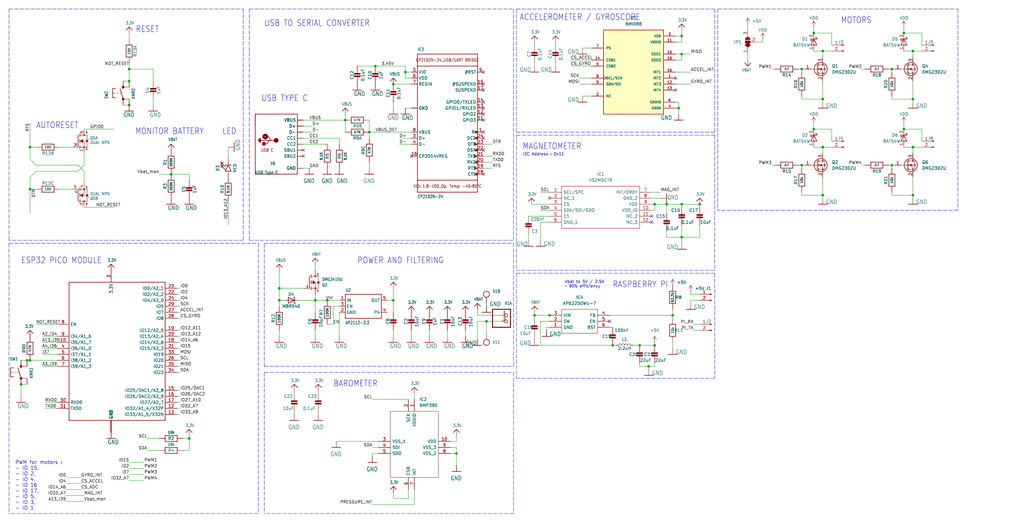
<source format=kicad_sch>
(kicad_sch (version 20211123) (generator eeschema)
  (paper "User" 433.07 220.853)
  (junction (at 347.98 41.91))
  (junction (at 158.75 27.94))
  (junction (at 288.29 86.36))
  (junction (at 171.45 30.48))
  (junction (at 146.05 50.8))
  (junction (at 386.08 62.23))
  (junction (at 382.27 54.61))
  (junction (at 118.11 121.92))
  (junction (at 226.06 133.35))
  (junction (at 288.29 100.33))
  (junction (at 133.35 127))
  (junction (at 12.7 152.4))
  (junction (at 205.74 135.89))
  (junction (at 295.91 86.36))
  (junction (at 386.08 82.55))
  (junction (at 166.37 127))
  (junction (at 377.19 29.21))
  (junction (at 54.61 44.45))
  (junction (at 339.09 29.21))
  (junction (at 276.86 86.36))
  (junction (at 166.37 35.56))
  (junction (at 54.61 34.29))
  (junction (at 12.7 80.01))
  (junction (at 276.86 146.05))
  (junction (at 344.17 13.97))
  (junction (at 138.43 127))
  (junction (at 156.21 55.88))
  (junction (at 288.29 15.24))
  (junction (at 382.27 13.97))
  (junction (at 54.61 29.21))
  (junction (at 347.98 21.59))
  (junction (at 8.89 162.56))
  (junction (at 377.19 69.85))
  (junction (at 72.39 73.66))
  (junction (at 386.08 41.91))
  (junction (at 232.41 133.35))
  (junction (at 259.08 146.05))
  (junction (at 284.48 133.35))
  (junction (at 274.32 154.94))
  (junction (at 386.08 21.59))
  (junction (at 288.29 22.86))
  (junction (at 347.98 62.23))
  (junction (at 118.11 127))
  (junction (at 270.51 146.05))
  (junction (at 281.94 86.36))
  (junction (at 193.04 191.77))
  (junction (at 12.7 62.23))
  (junction (at 80.01 185.42))
  (junction (at 287.02 45.72))
  (junction (at 344.17 54.61))
  (junction (at 11.43 152.4))
  (junction (at 339.09 69.85))
  (junction (at 347.98 82.55))
  (no_connect (at 232.41 83.82))
  (no_connect (at 275.59 91.44))
  (no_connect (at 285.75 38.1))
  (no_connect (at 285.75 33.02))
  (no_connect (at 275.59 93.98))
  (no_connect (at 257.81 135.89))
  (no_connect (at 204.47 73.66))
  (no_connect (at 173.99 66.04))
  (no_connect (at 204.47 63.5))
  (no_connect (at 204.47 50.8))
  (no_connect (at 204.47 48.26))
  (no_connect (at 204.47 45.72))
  (no_connect (at 204.47 43.18))
  (no_connect (at 204.47 38.1))
  (no_connect (at 204.47 30.48))
  (no_connect (at 204.47 35.56))
  (no_connect (at 204.47 58.42))
  (no_connect (at 204.47 55.88))
  (no_connect (at 128.27 66.04))
  (no_connect (at 128.27 63.5))
  (wire (pts (xy 382.27 21.59) (xy 386.08 21.59)))
  (wire (pts (xy 316.23 10.16) (xy 316.23 12.7)))
  (wire (pts (xy 48.26 87.63) (xy 35.56 87.63)))
  (wire (pts (xy 143.51 58.42) (xy 143.51 60.96)))
  (polyline (pts (xy 111.76 154.94) (xy 111.76 102.87)))
  (wire (pts (xy 241.3 27.94) (xy 250.19 27.94)))
  (wire (pts (xy 173.99 30.48) (xy 171.45 30.48)))
  (wire (pts (xy 344.17 13.97) (xy 351.79 13.97)))
  (wire (pts (xy 193.04 191.77) (xy 193.04 189.23)))
  (wire (pts (xy 347.98 21.59) (xy 351.79 21.59)))
  (wire (pts (xy 54.61 29.21) (xy 64.77 29.21)))
  (wire (pts (xy 226.06 133.35) (xy 226.06 134.62)))
  (wire (pts (xy 386.08 21.59) (xy 386.08 24.13)))
  (wire (pts (xy 173.99 45.72) (xy 171.45 45.72)))
  (wire (pts (xy 64.77 44.45) (xy 64.77 41.91)))
  (wire (pts (xy 74.93 142.24) (xy 76.2 142.24)))
  (wire (pts (xy 193.04 196.85) (xy 193.04 191.77)))
  (wire (pts (xy 175.26 166.37) (xy 175.26 168.91)))
  (wire (pts (xy 54.61 195.58) (xy 60.96 195.58)))
  (wire (pts (xy 208.28 68.58) (xy 204.47 68.58)))
  (wire (pts (xy 11.43 152.4) (xy 12.7 152.4)))
  (wire (pts (xy 226.06 133.35) (xy 232.41 133.35)))
  (wire (pts (xy 337.82 29.21) (xy 339.09 29.21)))
  (wire (pts (xy 62.23 190.5) (xy 67.31 190.5)))
  (wire (pts (xy 19.05 172.72) (xy 24.13 172.72)))
  (wire (pts (xy 158.75 27.94) (xy 151.13 27.94)))
  (wire (pts (xy 344.17 21.59) (xy 347.98 21.59)))
  (wire (pts (xy 12.7 62.23) (xy 15.24 62.23)))
  (polyline (pts (xy 3.81 102.87) (xy 3.81 217.17)))
  (polyline (pts (xy 217.17 157.48) (xy 217.17 217.17)))
  (wire (pts (xy 12.7 80.01) (xy 15.24 80.01)))
  (wire (pts (xy 347.98 34.29) (xy 347.98 41.91)))
  (wire (pts (xy 288.29 17.78) (xy 285.75 17.78)))
  (polyline (pts (xy 105.41 3.81) (xy 105.41 101.6)))
  (wire (pts (xy 34.29 207.01) (xy 27.94 207.01)))
  (wire (pts (xy 132.08 55.88) (xy 128.27 55.88)))
  (wire (pts (xy 232.41 133.35) (xy 234.95 133.35)))
  (polyline (pts (xy 218.44 115.57) (xy 218.44 160.02)))
  (wire (pts (xy 175.26 207.01) (xy 175.26 213.36)))
  (wire (pts (xy 17.78 142.24) (xy 24.13 142.24)))
  (wire (pts (xy 339.09 40.64) (xy 339.09 41.91)))
  (wire (pts (xy 284.48 130.81) (xy 284.48 133.35)))
  (wire (pts (xy 232.41 135.89) (xy 228.6 135.89)))
  (wire (pts (xy 382.27 13.97) (xy 389.89 13.97)))
  (wire (pts (xy 377.19 40.64) (xy 377.19 41.91)))
  (wire (pts (xy 120.65 127) (xy 118.11 127)))
  (wire (pts (xy 33.02 69.85) (xy 15.24 69.85)))
  (wire (pts (xy 293.37 139.7) (xy 295.91 139.7)))
  (wire (pts (xy 241.3 25.4) (xy 250.19 25.4)))
  (wire (pts (xy 133.35 127) (xy 133.35 132.08)))
  (wire (pts (xy 295.91 86.36) (xy 295.91 87.63)))
  (wire (pts (xy 339.09 82.55) (xy 347.98 82.55)))
  (wire (pts (xy 140.97 129.54) (xy 143.51 129.54)))
  (wire (pts (xy 74.93 147.32) (xy 76.2 147.32)))
  (wire (pts (xy 284.48 133.35) (xy 284.48 134.62)))
  (wire (pts (xy 35.56 69.85) (xy 33.02 72.39)))
  (wire (pts (xy 389.89 59.69) (xy 389.89 54.61)))
  (wire (pts (xy 377.19 41.91) (xy 386.08 41.91)))
  (wire (pts (xy 27.94 201.93) (xy 34.29 201.93)))
  (wire (pts (xy 172.72 207.01) (xy 172.72 210.82)))
  (wire (pts (xy 377.19 81.28) (xy 377.19 82.55)))
  (wire (pts (xy 275.59 88.9) (xy 276.86 88.9)))
  (wire (pts (xy 386.08 62.23) (xy 386.08 64.77)))
  (wire (pts (xy 74.93 165.1) (xy 76.2 165.1)))
  (wire (pts (xy 173.99 55.88) (xy 156.21 55.88)))
  (wire (pts (xy 172.72 210.82) (xy 166.37 210.82)))
  (wire (pts (xy 270.51 154.94) (xy 274.32 154.94)))
  (wire (pts (xy 24.13 149.86) (xy 17.78 149.86)))
  (wire (pts (xy 276.86 88.9) (xy 276.86 86.36)))
  (wire (pts (xy 190.5 186.69) (xy 193.04 186.69)))
  (wire (pts (xy 27.94 212.09) (xy 35.56 212.09)))
  (wire (pts (xy 166.37 208.28) (xy 166.37 210.82)))
  (wire (pts (xy 24.13 137.16) (xy 15.24 137.16)))
  (wire (pts (xy 74.93 124.46) (xy 76.2 124.46)))
  (polyline (pts (xy 303.53 3.81) (xy 303.53 88.9)))
  (wire (pts (xy 80.01 185.42) (xy 77.47 185.42)))
  (wire (pts (xy 245.11 35.56) (xy 250.19 35.56)))
  (wire (pts (xy 320.04 17.78) (xy 322.58 17.78)))
  (wire (pts (xy 80.01 185.42) (xy 80.01 190.5)))
  (wire (pts (xy 326.39 29.21) (xy 327.66 29.21)))
  (polyline (pts (xy 109.22 217.17) (xy 3.81 217.17)))
  (wire (pts (xy 74.93 167.64) (xy 76.2 167.64)))
  (wire (pts (xy 267.97 146.05) (xy 270.51 146.05)))
  (wire (pts (xy 201.93 133.35) (xy 201.93 130.81)))
  (wire (pts (xy 171.45 30.48) (xy 171.45 33.02)))
  (wire (pts (xy 295.91 127) (xy 292.1 127)))
  (wire (pts (xy 156.21 55.88) (xy 156.21 58.42)))
  (wire (pts (xy 24.13 147.32) (xy 17.78 147.32)))
  (wire (pts (xy 168.91 58.42) (xy 173.99 58.42)))
  (wire (pts (xy 288.29 22.86) (xy 288.29 25.4)))
  (wire (pts (xy 204.47 66.04) (xy 208.28 66.04)))
  (wire (pts (xy 201.93 135.89) (xy 201.93 143.51)))
  (wire (pts (xy 377.19 29.21) (xy 377.19 30.48)))
  (wire (pts (xy 74.93 157.48) (xy 76.2 157.48)))
  (wire (pts (xy 284.48 144.78) (xy 284.48 147.32)))
  (polyline (pts (xy 302.26 115.57) (xy 302.26 160.02)))
  (wire (pts (xy 35.56 54.61) (xy 48.26 54.61)))
  (wire (pts (xy 12.7 67.31) (xy 12.7 62.23)))
  (polyline (pts (xy 218.44 3.81) (xy 218.44 55.88)))
  (wire (pts (xy 288.29 25.4) (xy 285.75 25.4)))
  (wire (pts (xy 128.27 60.96) (xy 138.43 60.96)))
  (wire (pts (xy 74.93 172.72) (xy 76.2 172.72)))
  (wire (pts (xy 118.11 121.92) (xy 118.11 114.3)))
  (wire (pts (xy 54.61 13.97) (xy 54.61 16.51)))
  (polyline (pts (xy 302.26 3.81) (xy 302.26 55.88)))
  (wire (pts (xy 293.37 137.16) (xy 295.91 137.16)))
  (polyline (pts (xy 218.44 57.15) (xy 218.44 114.3)))
  (wire (pts (xy 226.06 17.78) (xy 226.06 19.05)))
  (polyline (pts (xy 217.17 101.6) (xy 217.17 3.81)))
  (wire (pts (xy 245.11 33.02) (xy 250.19 33.02)))
  (wire (pts (xy 35.56 77.47) (xy 35.56 72.39)))
  (wire (pts (xy 377.19 69.85) (xy 378.46 69.85)))
  (wire (pts (xy 74.93 152.4) (xy 76.2 152.4)))
  (wire (pts (xy 173.99 33.02) (xy 171.45 33.02)))
  (wire (pts (xy 344.17 62.23) (xy 347.98 62.23)))
  (wire (pts (xy 168.91 60.96) (xy 173.99 60.96)))
  (polyline (pts (xy 111.76 157.48) (xy 111.76 217.17)))
  (wire (pts (xy 389.89 19.05) (xy 389.89 13.97)))
  (polyline (pts (xy 3.81 3.81) (xy 3.81 101.6)))
  (polyline (pts (xy 405.13 3.81) (xy 405.13 88.9)))
  (wire (pts (xy 347.98 74.93) (xy 347.98 82.55)))
  (polyline (pts (xy 302.26 160.02) (xy 218.44 160.02)))
  (polyline (pts (xy 111.76 157.48) (xy 217.17 157.48)))
  (wire (pts (xy 224.79 86.36) (xy 232.41 86.36)))
  (wire (pts (xy 74.93 132.08) (xy 76.2 132.08)))
  (wire (pts (xy 226.06 143.51) (xy 226.06 142.24)))
  (wire (pts (xy 27.94 209.55) (xy 35.56 209.55)))
  (wire (pts (xy 386.08 74.93) (xy 386.08 82.55)))
  (wire (pts (xy 344.17 52.07) (xy 344.17 54.61)))
  (polyline (pts (xy 105.41 3.81) (xy 217.17 3.81)))
  (wire (pts (xy 74.93 129.54) (xy 76.2 129.54)))
  (wire (pts (xy 72.39 73.66) (xy 67.31 73.66)))
  (polyline (pts (xy 405.13 88.9) (xy 303.53 88.9)))
  (wire (pts (xy 285.75 22.86) (xy 288.29 22.86)))
  (wire (pts (xy 322.58 17.78) (xy 322.58 16.51)))
  (wire (pts (xy 166.37 43.18) (xy 166.37 45.72)))
  (wire (pts (xy 74.93 121.92) (xy 76.2 121.92)))
  (polyline (pts (xy 217.17 102.87) (xy 217.17 154.94)))
  (wire (pts (xy 228.6 135.89) (xy 228.6 146.05)))
  (wire (pts (xy 287.02 45.72) (xy 285.75 45.72)))
  (wire (pts (xy 205.74 135.89) (xy 205.74 140.97)))
  (wire (pts (xy 326.39 69.85) (xy 327.66 69.85)))
  (wire (pts (xy 181.61 142.24) (xy 181.61 139.7)))
  (polyline (pts (xy 111.76 154.94) (xy 217.17 154.94)))
  (wire (pts (xy 74.93 127) (xy 76.2 127)))
  (wire (pts (xy 74.93 154.94) (xy 76.2 154.94)))
  (wire (pts (xy 15.24 72.39) (xy 12.7 74.93)))
  (wire (pts (xy 246.38 40.64) (xy 250.19 40.64)))
  (wire (pts (xy 339.09 81.28) (xy 339.09 82.55)))
  (wire (pts (xy 80.01 184.15) (xy 80.01 185.42)))
  (wire (pts (xy 173.99 139.7) (xy 173.99 142.24)))
  (wire (pts (xy 133.35 139.7) (xy 133.35 142.24)))
  (wire (pts (xy 257.81 138.43) (xy 259.08 138.43)))
  (wire (pts (xy 288.29 12.7) (xy 288.29 15.24)))
  (wire (pts (xy 54.61 26.67) (xy 54.61 29.21)))
  (wire (pts (xy 8.89 152.4) (xy 11.43 152.4)))
  (wire (pts (xy 231.14 138.43) (xy 231.14 139.7)))
  (wire (pts (xy 54.61 203.2) (xy 60.96 203.2)))
  (wire (pts (xy 364.49 29.21) (xy 365.76 29.21)))
  (wire (pts (xy 386.08 41.91) (xy 386.08 43.18)))
  (polyline (pts (xy 111.76 102.87) (xy 217.17 102.87)))
  (wire (pts (xy 288.29 15.24) (xy 285.75 15.24)))
  (wire (pts (xy 288.29 86.36) (xy 295.91 86.36)))
  (wire (pts (xy 295.91 95.25) (xy 295.91 100.33)))
  (wire (pts (xy 375.92 29.21) (xy 377.19 29.21)))
  (polyline (pts (xy 102.87 101.6) (xy 3.81 101.6)))
  (wire (pts (xy 205.74 135.89) (xy 201.93 135.89)))
  (wire (pts (xy 382.27 11.43) (xy 382.27 13.97)))
  (wire (pts (xy 80.01 190.5) (xy 77.47 190.5)))
  (wire (pts (xy 133.35 124.46) (xy 133.35 127)))
  (wire (pts (xy 17.78 154.94) (xy 24.13 154.94)))
  (polyline (pts (xy 3.81 102.87) (xy 109.22 102.87)))
  (wire (pts (xy 128.27 58.42) (xy 143.51 58.42)))
  (wire (pts (xy 24.13 152.4) (xy 12.7 152.4)))
  (wire (pts (xy 259.08 146.05) (xy 260.35 146.05)))
  (wire (pts (xy 270.51 153.67) (xy 270.51 154.94)))
  (wire (pts (xy 274.32 154.94) (xy 276.86 154.94)))
  (polyline (pts (xy 218.44 115.57) (xy 302.26 115.57)))
  (wire (pts (xy 270.51 146.05) (xy 276.86 146.05)))
  (wire (pts (xy 228.6 88.9) (xy 232.41 88.9)))
  (wire (pts (xy 157.48 191.77) (xy 157.48 193.04)))
  (wire (pts (xy 190.5 191.77) (xy 193.04 191.77)))
  (wire (pts (xy 275.59 81.28) (xy 279.4 81.28)))
  (wire (pts (xy 386.08 34.29) (xy 386.08 41.91)))
  (wire (pts (xy 130.81 71.12) (xy 128.27 71.12)))
  (wire (pts (xy 138.43 137.16) (xy 140.97 137.16)))
  (wire (pts (xy 223.52 99.06) (xy 223.52 101.6)))
  (wire (pts (xy 234.95 17.78) (xy 234.95 19.05)))
  (polyline (pts (xy 303.53 3.81) (xy 405.13 3.81)))
  (wire (pts (xy 163.83 127) (xy 166.37 127)))
  (wire (pts (xy 160.02 191.77) (xy 157.48 191.77)))
  (wire (pts (xy 285.75 30.48) (xy 292.1 30.48)))
  (wire (pts (xy 228.6 146.05) (xy 259.08 146.05)))
  (wire (pts (xy 344.17 11.43) (xy 344.17 13.97)))
  (wire (pts (xy 295.91 100.33) (xy 288.29 100.33)))
  (wire (pts (xy 54.61 198.12) (xy 60.96 198.12)))
  (wire (pts (xy 276.86 86.36) (xy 281.94 86.36)))
  (wire (pts (xy 339.09 29.21) (xy 340.36 29.21)))
  (wire (pts (xy 156.21 50.8) (xy 156.21 55.88)))
  (wire (pts (xy 232.41 138.43) (xy 231.14 138.43)))
  (wire (pts (xy 377.19 82.55) (xy 386.08 82.55)))
  (wire (pts (xy 382.27 52.07) (xy 382.27 54.61)))
  (polyline (pts (xy 302.26 114.3) (xy 218.44 114.3)))
  (wire (pts (xy 96.52 67.31) (xy 96.52 62.23)))
  (wire (pts (xy 125.73 127) (xy 133.35 127)))
  (wire (pts (xy 205.74 128.27) (xy 205.74 129.54)))
  (wire (pts (xy 351.79 59.69) (xy 351.79 54.61)))
  (wire (pts (xy 118.11 127) (xy 118.11 121.92)))
  (polyline (pts (xy 217.17 217.17) (xy 111.76 217.17)))
  (wire (pts (xy 287.02 45.72) (xy 287.02 43.18)))
  (wire (pts (xy 8.89 162.56) (xy 8.89 167.64)))
  (wire (pts (xy 146.05 50.8) (xy 146.05 55.88)))
  (polyline (pts (xy 218.44 57.15) (xy 302.26 57.15)))
  (wire (pts (xy 347.98 21.59) (xy 347.98 24.13)))
  (wire (pts (xy 377.19 69.85) (xy 377.19 71.12)))
  (wire (pts (xy 25.4 62.23) (xy 30.48 62.23)))
  (wire (pts (xy 133.35 111.76) (xy 133.35 114.3)))
  (polyline (pts (xy 102.87 3.81) (xy 102.87 101.6)))
  (wire (pts (xy 316.23 22.86) (xy 316.23 25.4)))
  (wire (pts (xy 196.85 142.24) (xy 196.85 139.7)))
  (wire (pts (xy 157.48 189.23) (xy 160.02 189.23)))
  (wire (pts (xy 35.56 64.77) (xy 35.56 69.85)))
  (wire (pts (xy 35.56 72.39) (xy 33.02 69.85)))
  (wire (pts (xy 232.41 91.44) (xy 223.52 91.44)))
  (wire (pts (xy 12.7 80.01) (xy 12.7 90.17)))
  (wire (pts (xy 166.37 139.7) (xy 166.37 142.24)))
  (wire (pts (xy 74.93 175.26) (xy 76.2 175.26)))
  (wire (pts (xy 146.05 50.8) (xy 128.27 50.8)))
  (wire (pts (xy 190.5 189.23) (xy 193.04 189.23)))
  (wire (pts (xy 228.6 81.28) (xy 232.41 81.28)))
  (wire (pts (xy 292.1 127) (xy 292.1 128.27)))
  (wire (pts (xy 12.7 74.93) (xy 12.7 80.01)))
  (wire (pts (xy 257.81 133.35) (xy 284.48 133.35)))
  (wire (pts (xy 364.49 69.85) (xy 365.76 69.85)))
  (wire (pts (xy 386.08 82.55) (xy 386.08 83.82)))
  (wire (pts (xy 30.48 80.01) (xy 25.4 80.01)))
  (wire (pts (xy 287.02 43.18) (xy 285.75 43.18)))
  (wire (pts (xy 72.39 73.66) (xy 80.01 73.66)))
  (wire (pts (xy 375.92 69.85) (xy 377.19 69.85)))
  (polyline (pts (xy 218.44 3.81) (xy 302.26 3.81)))
  (wire (pts (xy 275.59 83.82) (xy 279.4 83.82)))
  (wire (pts (xy 347.98 82.55) (xy 347.98 83.82)))
  (wire (pts (xy 166.37 132.08) (xy 166.37 127)))
  (wire (pts (xy 34.29 204.47) (xy 27.94 204.47)))
  (wire (pts (xy 17.78 144.78) (xy 24.13 144.78)))
  (wire (pts (xy 276.86 154.94) (xy 276.86 153.67)))
  (wire (pts (xy 15.24 69.85) (xy 12.7 67.31)))
  (wire (pts (xy 173.99 35.56) (xy 166.37 35.56)))
  (wire (pts (xy 288.29 86.36) (xy 288.29 87.63)))
  (wire (pts (xy 281.94 97.79) (xy 281.94 100.33)))
  (wire (pts (xy 76.2 134.62) (xy 74.93 134.62)))
  (wire (pts (xy 62.23 185.42) (xy 67.31 185.42)))
  (wire (pts (xy 64.77 34.29) (xy 64.77 29.21)))
  (wire (pts (xy 124.46 173.99) (xy 124.46 175.26)))
  (wire (pts (xy 142.24 186.69) (xy 160.02 186.69)))
  (wire (pts (xy 171.45 27.94) (xy 171.45 30.48)))
  (wire (pts (xy 54.61 29.21) (xy 54.61 34.29)))
  (wire (pts (xy 212.09 133.35) (xy 201.93 133.35)))
  (wire (pts (xy 146.05 50.8) (xy 146.05 48.26)))
  (wire (pts (xy 339.09 69.85) (xy 340.36 69.85)))
  (wire (pts (xy 288.29 22.86) (xy 292.1 22.86)))
  (polyline (pts (xy 105.41 101.6) (xy 217.17 101.6)))
  (wire (pts (xy 157.48 168.91) (xy 172.72 168.91)))
  (wire (pts (xy 208.28 71.12) (xy 204.47 71.12)))
  (wire (pts (xy 382.27 54.61) (xy 389.89 54.61)))
  (wire (pts (xy 347.98 62.23) (xy 351.79 62.23)))
  (wire (pts (xy 96.52 85.09) (xy 96.52 95.25)))
  (wire (pts (xy 274.32 154.94) (xy 274.32 156.21)))
  (wire (pts (xy 226.06 26.67) (xy 226.06 27.94)))
  (wire (pts (xy 33.02 72.39) (xy 15.24 72.39)))
  (wire (pts (xy 24.13 170.18) (xy 19.05 170.18)))
  (wire (pts (xy 74.93 139.7) (xy 76.2 139.7)))
  (wire (pts (xy 74.93 170.18) (xy 76.2 170.18)))
  (wire (pts (xy 234.95 26.67) (xy 234.95 27.94)))
  (wire (pts (xy 143.51 132.08) (xy 143.51 142.24)))
  (wire (pts (xy 285.75 35.56) (xy 292.1 35.56)))
  (wire (pts (xy 246.38 20.32) (xy 250.19 20.32)))
  (polyline (pts (xy 302.26 55.88) (xy 218.44 55.88)))
  (wire (pts (xy 156.21 71.12) (xy 156.21 68.58)))
  (wire (pts (xy 228.6 93.98) (xy 228.6 101.6)))
  (wire (pts (xy 377.19 29.21) (xy 378.46 29.21)))
  (wire (pts (xy 339.09 69.85) (xy 339.09 71.12)))
  (wire (pts (xy 232.41 93.98) (xy 228.6 93.98)))
  (wire (pts (xy 347.98 41.91) (xy 347.98 43.18)))
  (wire (pts (xy 128.27 121.92) (xy 118.11 121.92)))
  (polyline (pts (xy 3.81 3.81) (xy 102.87 3.81)))
  (polyline (pts (xy 302.26 57.15) (xy 302.26 114.3)))
  (wire (pts (xy 292.1 124.46) (xy 292.1 123.19)))
  (wire (pts (xy 295.91 124.46) (xy 292.1 124.46)))
  (wire (pts (xy 386.08 62.23) (xy 389.89 62.23)))
  (wire (pts (xy 212.09 135.89) (xy 205.74 135.89)))
  (wire (pts (xy 193.04 184.15) (xy 193.04 186.69)))
  (wire (pts (xy 138.43 127) (xy 133.35 127)))
  (wire (pts (xy 189.23 142.24) (xy 189.23 139.7)))
  (wire (pts (xy 275.59 86.36) (xy 276.86 86.36)))
  (wire (pts (xy 12.7 52.07) (xy 12.7 62.23)))
  (wire (pts (xy 386.08 21.59) (xy 389.89 21.59)))
  (wire (pts (xy 80.01 73.66) (xy 80.01 76.2)))
  (wire (pts (xy 287.02 48.26) (xy 287.02 45.72)))
  (wire (pts (xy 134.62 165.1) (xy 134.62 166.37)))
  (wire (pts (xy 157.48 213.36) (xy 175.26 213.36)))
  (wire (pts (xy 52.07 44.45) (xy 54.61 44.45)))
  (wire (pts (xy 339.09 29.21) (xy 339.09 30.48)))
  (wire (pts (xy 288.29 95.25) (xy 288.29 100.33)))
  (wire (pts (xy 118.11 142.24) (xy 118.11 139.7)))
  (wire (pts (xy 337.82 69.85) (xy 339.09 69.85)))
  (wire (pts (xy 288.29 15.24) (xy 288.29 17.78)))
  (wire (pts (xy 134.62 173.99) (xy 134.62 175.26)))
  (wire (pts (xy 124.46 165.1) (xy 124.46 166.37)))
  (wire (pts (xy 351.79 19.05) (xy 351.79 13.97)))
  (wire (pts (xy 339.09 41.91) (xy 347.98 41.91)))
  (wire (pts (xy 276.86 144.78) (xy 276.86 146.05)))
  (wire (pts (xy 54.61 200.66) (xy 60.96 200.66)))
  (wire (pts (xy 166.37 127) (xy 166.37 121.92)))
  (wire (pts (xy 347.98 62.23) (xy 347.98 64.77)))
  (wire (pts (xy 143.51 127) (xy 138.43 127)))
  (wire (pts (xy 158.75 27.94) (xy 171.45 27.94)))
  (wire (pts (xy 11.43 162.56) (xy 8.89 162.56)))
  (wire (pts (xy 76.2 149.86) (xy 74.93 149.86)))
  (wire (pts (xy 344.17 54.61) (xy 351.79 54.61)))
  (wire (pts (xy 281.94 86.36) (xy 281.94 90.17)))
  (wire (pts (xy 281.94 100.33) (xy 288.29 100.33)))
  (wire (pts (xy 74.93 144.78) (xy 76.2 144.78)))
  (wire (pts (xy 281.94 86.36) (xy 288.29 86.36)))
  (wire (pts (xy 54.61 34.29) (xy 52.07 34.29)))
  (wire (pts (xy 382.27 62.23) (xy 386.08 62.23)))
  (wire (pts (xy 132.08 53.34) (xy 128.27 53.34)))
  (wire (pts (xy 226.06 132.08) (xy 226.06 133.35)))
  (polyline (pts (xy 109.22 102.87) (xy 109.22 217.17)))
  (wire (pts (xy 288.29 100.33) (xy 288.29 102.87)))
  (wire (pts (xy 140.97 137.16) (xy 140.97 129.54)))
  (wire (pts (xy 204.47 60.96) (xy 208.28 60.96)))
  (wire (pts (xy 118.11 129.54) (xy 118.11 127)))
  (text "ACCELEROMETER / GYROSCOPE" (at 219.71 8.89 180) (effects (font (size 2.54 2.159)) (justify left bottom)))
  (text "USB TO SERIAL CONVERTER" (at 111.76 11.43 180) (effects (font (size 2.54 2.159)) (justify left bottom)))
  (text "MOTORS" (at 355.6 10.16 180) (effects (font (size 2.54 2.159)) (justify left bottom)))
  (text "AUTORESET" (at 15.24 54.61 180) (effects (font (size 2.54 2.159)) (justify left bottom)))
  (text "USB TYPE C" (at 110.49 43.18 180) (effects (font (size 2.54 2.159)) (justify left bottom)))
  (text "RASPBERRY PI" (at 259.08 121.92 180) (effects (font (size 2.54 2.159)) (justify left bottom)))
  (text "PWM for motors : \n- IO 15, \n- IO 2, \n- IO 4, \n- IO 16\n- IO 17, \n- IO 5, \n- IO 3, \n- IO 1" (at 6.35 215.9 0) (effects (font (size 1.5 1.5)) (justify left bottom)))
  (text "MAGNETOMETER" (at 220.98 63.5 180) (effects (font (size 2.54 2.159)) (justify left bottom)))
  (text "BAROMETER" (at 140.97 163.83 180) (effects (font (size 2.54 2.159)) (justify left bottom)))
  (text "MONITOR BATTERY" (at 86.36 57.15 180) (effects (font (size 2.54 2.159)) (justify right bottom)))
  (text "POWER AND FILTERING" (at 151.13 111.76 180) (effects (font (size 2.54 2.159)) (justify left bottom)))
  (text "I2C Address : 0x1E" (at 220.98 66.04 180) (effects (font (size 1.2 1.2)) (justify left bottom)))
  (text "RESET" (at 67.31 13.97 180) (effects (font (size 2.54 2.159)) (justify right bottom)))
  (text "ESP32 PICO MODULE" (at 8.89 111.76 180) (effects (font (size 2.54 2.159)) (justify left bottom)))
  (text "LED" (at 93.98 57.15 180) (effects (font (size 2.54 2.159)) (justify left bottom)))
  (text "Vbat to 5V / 2.5A \n~ 90% efficiency" (at 238.76 121.92 180) (effects (font (size 1.2 1.2)) (justify left bottom)))
  (label "3.45V" (at 161.29 27.94 0) (effects (font (size 1.2446 1.2446))))
  (label "VBUS_DET" (at 158.75 55.88 0) (effects (font (size 1.2446 1.2446))))
  (label "CS_GYRO" (at 76.2 134.62 0))
  (label "IO32_A7" (at 27.94 209.55 180) (effects (font (size 1.2446 1.2446))))
  (label "SCL" (at 76.2 152.4 0) (effects (font (size 1.2446 1.2446))))
  (label "IO0" (at 27.94 201.93 180) (effects (font (size 1.2446 1.2446))))
  (label "IO4" (at 76.2 127 0) (effects (font (size 1.2446 1.2446))))
  (label "CS_ACCEL" (at 241.3 25.4 0))
  (label "SDA" (at 228.6 88.9 0))
  (label "IO14_A6" (at 27.94 207.01 180) (effects (font (size 1.2446 1.2446))))
  (label "PWM4" (at 60.96 203.2 0))
  (label "A3_I39" (at 17.78 154.94 0) (effects (font (size 1.2446 1.2446))))
  (label "PWM1" (at 326.39 29.21 180))
  (label "PWM3" (at 326.39 69.85 180))
  (label "MISO" (at 76.2 154.94 0) (effects (font (size 1.2446 1.2446))))
  (label "VHI" (at 140.97 127 180) (effects (font (size 1.2446 1.2446))))
  (label "PRESSURE_INT" (at 157.48 213.36 180) (effects (font (size 1.2446 1.2446))))
  (label "D-" (at 168.91 60.96 0) (effects (font (size 1.2446 1.2446))))
  (label "NOT_RESET" (at 54.61 27.94 180) (effects (font (size 1.2446 1.2446))))
  (label "RXD0" (at 19.05 170.18 0) (effects (font (size 1.2446 1.2446))))
  (label "IO15" (at 76.2 147.32 0) (effects (font (size 1.2446 1.2446))))
  (label "MOSI" (at 245.11 35.56 180))
  (label "IO25{slash}DAC1" (at 76.2 165.1 0) (effects (font (size 1.2446 1.2446))))
  (label "SCL" (at 157.48 168.91 180) (effects (font (size 1.2446 1.2446))))
  (label "ACCEL_INT" (at 292.1 30.48 0))
  (label "A4_I36" (at 17.78 147.32 0) (effects (font (size 1.2446 1.2446))))
  (label "Vbat_mon" (at 67.31 73.66 180))
  (label "TXD0" (at 208.28 68.58 0) (effects (font (size 1.2446 1.2446))))
  (label "SCL" (at 228.6 81.28 0))
  (label "A13_I35" (at 27.94 212.09 180) (effects (font (size 1.2446 1.2446))))
  (label "A13_I35" (at 17.78 144.78 0) (effects (font (size 1.2446 1.2446))))
  (label "RXD0" (at 208.28 66.04 0) (effects (font (size 1.2446 1.2446))))
  (label "PWM3" (at 60.96 200.66 0))
  (label "CS_ACCEL" (at 34.29 204.47 0))
  (label "D-" (at 132.08 55.88 0) (effects (font (size 1.2446 1.2446))))
  (label "RTS" (at 12.7 52.07 270) (effects (font (size 1.2446 1.2446))))
  (label "A2_I34" (at 17.78 142.24 0) (effects (font (size 1.2446 1.2446))))
  (label "DTR" (at 208.28 60.96 0) (effects (font (size 1.2446 1.2446))))
  (label "D+" (at 132.08 53.34 0) (effects (font (size 1.2446 1.2446))))
  (label "IO26{slash}DAC2" (at 76.2 167.64 0) (effects (font (size 1.2446 1.2446))))
  (label "CC2" (at 130.81 60.96 0) (effects (font (size 1.2446 1.2446))))
  (label "SCK" (at 245.11 33.02 180))
  (label "GYRO_INT" (at 34.29 201.93 0))
  (label "SDA" (at 62.23 190.5 180) (effects (font (size 1.2446 1.2446))))
  (label "PWM1" (at 60.96 195.58 0))
  (label "Vbat_mon" (at 35.56 212.09 0))
  (label "IO14_A6" (at 76.2 144.78 0) (effects (font (size 1.2446 1.2446))))
  (label "MOSI" (at 76.2 149.86 0) (effects (font (size 1.2446 1.2446))))
  (label "IO15" (at 54.61 195.58 180) (effects (font (size 1.2446 1.2446))))
  (label "ACCEL_INT" (at 76.2 132.08 0))
  (label "CS_GYRO" (at 241.3 27.94 0))
  (label "SCL" (at 62.23 185.42 180) (effects (font (size 1.2446 1.2446))))
  (label "IO13_A12" (at 96.52 92.71 90) (effects (font (size 1.2446 1.2446))))
  (label "NOT_RESET" (at 40.64 87.63 0) (effects (font (size 1.2446 1.2446))))
  (label "PWM4" (at 364.49 69.85 180))
  (label "DTR" (at 15.24 80.01 270) (effects (font (size 1.2446 1.2446))))
  (label "IO33_A9" (at 76.2 175.26 0) (effects (font (size 1.2446 1.2446))))
  (label "MAG_INT" (at 279.4 81.28 0))
  (label "MAG_INT" (at 35.56 209.55 0))
  (label "VBUS" (at 130.81 50.8 0) (effects (font (size 1.2446 1.2446))))
  (label "SDA" (at 157.48 189.23 180) (effects (font (size 1.2446 1.2446))))
  (label "IO0" (at 76.2 121.92 0) (effects (font (size 1.2446 1.2446))))
  (label "IO12_A11" (at 76.2 139.7 0) (effects (font (size 1.2446 1.2446))))
  (label "PWM2" (at 60.96 198.12 0))
  (label "GYRO_INT" (at 292.1 35.56 0))
  (label "CC1" (at 130.81 58.42 0) (effects (font (size 1.2446 1.2446))))
  (label "SDA" (at 76.2 157.48 0) (effects (font (size 1.2446 1.2446))))
  (label "MISO" (at 292.1 22.86 0))
  (label "PI_RX" (at 293.37 137.16 180))
  (label "SCK" (at 76.2 129.54 0) (effects (font (size 1.2446 1.2446))))
  (label "IO32_A7" (at 54.61 203.2 180) (effects (font (size 1.2446 1.2446))))
  (label "D+" (at 168.91 58.42 0) (effects (font (size 1.2446 1.2446))))
  (label "IO27_A10" (at 76.2 170.18 0) (effects (font (size 1.2446 1.2446))))
  (label "IO4" (at 27.94 204.47 180) (effects (font (size 1.2446 1.2446))))
  (label "PI_TX" (at 293.37 139.7 180))
  (label "TXD0" (at 19.05 172.72 0) (effects (font (size 1.2446 1.2446))))
  (label "NOT_RESET" (at 15.24 137.16 0) (effects (font (size 1.2446 1.2446))))
  (label "GND" (at 130.81 71.12 0) (effects (font (size 1.2446 1.2446))))
  (label "CS_ADC" (at 34.29 207.01 0))
  (label "PWM2" (at 364.49 29.21 180))
  (label "IO13_A12" (at 76.2 142.24 0) (effects (font (size 1.2446 1.2446))))
  (label "IO2" (at 54.61 198.12 180) (effects (font (size 1.2446 1.2446))))
  (label "EN" (at 140.97 137.16 0) (effects (font (size 1.2446 1.2446))))
  (label "IO2" (at 76.2 124.46 0) (effects (font (size 1.2446 1.2446))))
  (label "GPIO0" (at 38.1 54.61 0) (effects (font (size 1.2446 1.2446))))
  (label "I37" (at 17.78 149.86 0) (effects (font (size 1.2446 1.2446))))
  (label "RTS" (at 208.28 71.12 0) (effects (font (size 1.2446 1.2446))))
  (label "I37" (at 54.61 200.66 180) (effects (font (size 1.2446 1.2446))))
  (label "IO32_A7" (at 76.2 172.72 0) (effects (font (size 1.2446 1.2446))))
  (symbol (lib_id "Adafruit ESP32 Feather V2-eagle-import:RESISTOR_0603_NOOUT") (at 370.84 29.21 180) (unit 1)
    (property "Reference" "R18" (at 370.84 31.75 0))
    (property "Value" "47" (at 370.84 29.21 0) (effects (font (size 1.016 1.016) bold)))
    (property "Footprint" "Adafruit ESP32 Feather V2:0603-NO" (effects hide))
  )
  (symbol (lib_id "Adafruit ESP32 Feather V2-eagle-import:RESISTOR_0603_NOOUT") (at 370.84 69.85 180) (unit 1)
    (property "Reference" "R19" (at 370.84 72.39 0))
    (property "Value" "47" (at 370.84 69.85 0) (effects (font (size 1.016 1.016) bold)))
    (property "Footprint" "Adafruit ESP32 Feather V2:0603-NO" (effects hide))
  )
  (symbol (lib_id "Adafruit ESP32 Feather V2-eagle-import:CON_JST_PH_2PIN_MTPH2") (at 205.74 128.27 0) (unit 2)
    (property "Reference" "X1" (at 208.28 123.1899 0) (effects (font (size 1.27 1.0795)) (justify left)))
    (property "Value" "CON_JST_PH_2PIN_MTPH2" (effects hide))
    (property "Footprint" "Adafruit ESP32 Feather V2:JSTPH2_BATT" (effects hide))
  )
  (symbol (lib_id "Adafruit ESP32 Feather V2-eagle-import:VBUS") (at 166.37 33.02 0) (unit 1)
    (property "Reference" "#U$053" (effects hide))
    (property "Value" "VBUS" (at 164.846 32.004 0) (effects (font (size 1.27 1.0795)) (justify left bottom)))
  )
  (symbol (lib_id "Adafruit ESP32 Feather V2-eagle-import:CAP_CERAMIC0603_NO") (at 259.08 143.51 0) (unit 1)
    (property "Reference" "C19" (at 256.54 142.24 0))
    (property "Value" "100nF" (at 262.89 139.7 0))
    (property "Footprint" "Adafruit ESP32 Feather V2:0603-NO" (effects hide))
  )
  (symbol (lib_id "Adafruit ESP32 Feather V2-eagle-import:CAP_CERAMIC0603_NO") (at 124.46 171.45 0) (unit 1)
    (property "Reference" "C22" (at 121.92 167.64 0))
    (property "Value" "10uF" (at 121.92 172.72 0))
    (property "Footprint" "Adafruit ESP32 Feather V2:0603-NO" (effects hide))
  )
  (symbol (lib_id "Adafruit ESP32 Feather V2-eagle-import:GND") (at 284.48 149.86 0) (unit 1)
    (property "Reference" "#U$0102" (effects hide))
    (property "Value" "GND" (at 285.75 149.86 0) (effects (font (size 1.778 1.5113)) (justify left bottom)))
  )
  (symbol (lib_id "Adafruit ESP32 Feather V2-eagle-import:GND") (at 287.02 50.8 0) (unit 1)
    (property "Reference" "#U$020" (effects hide))
    (property "Value" "GND" (at 279.4 50.8 0) (effects (font (size 1.778 1.5113)) (justify left bottom)))
  )
  (symbol (lib_id "Adafruit ESP32 Feather V2-eagle-import:RESISTOR_4PACK") (at 151.13 55.88 180) (unit 1)
    (property "Reference" "R9" (at 151.13 58.42 0))
    (property "Value" "47K" (at 151.13 55.88 0) (effects (font (size 1.016 1.016) bold)))
    (property "Footprint" "Adafruit ESP32 Feather V2:RESPACK_4X0603" (effects hide))
  )
  (symbol (lib_id "Adafruit ESP32 Feather V2-eagle-import:GND") (at 281.94 83.82 90) (unit 1)
    (property "Reference" "#U$019" (effects hide))
    (property "Value" "GND" (at 287.02 82.55 90) (effects (font (size 1.778 1.5113)) (justify left bottom)))
  )
  (symbol (lib_id "Adafruit ESP32 Feather V2-eagle-import:CAP_CERAMIC0603_NO") (at 134.62 171.45 0) (unit 1)
    (property "Reference" "C23" (at 132.08 167.64 0))
    (property "Value" "0.1uF" (at 130.81 172.72 0))
    (property "Footprint" "Adafruit ESP32 Feather V2:0603-NO" (effects hide))
  )
  (symbol (lib_id "Device:L") (at 264.16 146.05 90) (unit 1)
    (property "Reference" "L1" (at 264.16 143.51 90))
    (property "Value" "2.2uH" (at 264.16 147.32 90))
    (property "Footprint" "Inductor_SMD:L_1812_4532Metric" (effects hide))
    (property "Datasheet" "LQH43PH2R2M26L" (effects hide))
  )
  (symbol (lib_id "Adafruit ESP32 Feather V2-eagle-import:3.3V") (at 166.37 205.74 0) (unit 1)
    (property "Reference" "#U$0113" (effects hide))
    (property "Value" "3.3V" (at 164.846 204.724 0) (effects (font (size 1.27 1.0795)) (justify left bottom)))
  )
  (symbol (lib_id "Adafruit ESP32 Feather V2-eagle-import:VBAT") (at 226.06 129.54 0) (unit 1)
    (property "Reference" "#U$0106" (effects hide))
    (property "Value" "VBAT" (at 224.536 128.524 0) (effects (font (size 1.27 1.0795)) (justify left bottom)))
  )
  (symbol (lib_id "Adafruit ESP32 Feather V2-eagle-import:3.3V") (at 181.61 129.54 0) (unit 1)
    (property "Reference" "#U$028" (effects hide))
    (property "Value" "3.3V" (at 180.086 128.524 0) (effects (font (size 1.27 1.0795)) (justify left bottom)))
  )
  (symbol (lib_id "Adafruit ESP32 Feather V2-eagle-import:GND") (at 166.37 48.26 0) (unit 1)
    (property "Reference" "#U$058" (effects hide))
    (property "Value" "GND" (at 163.83 50.8 0) (effects (font (size 1.778 1.5113)) (justify left bottom)))
  )
  (symbol (lib_id "Connector:Conn_01x02_Male") (at 300.99 137.16 0) (mirror y) (unit 1)
    (property "Reference" "J2" (at 298.45 135.89 0) (effects (justify right)))
    (property "Value" "Conn_01x02_Male" (effects hide))
    (property "Footprint" "extra_footprints:conn_01x02" (effects hide))
  )
  (symbol (lib_id "IIS2MDCTR:IIS2MDCTR") (at 232.41 81.28 0) (unit 1)
    (property "Reference" "IC1" (at 254 73.66 0))
    (property "Value" "IIS2MDCTR" (at 254 76.2 0))
    (property "Footprint" "mod:IIS2MDCTR" (effects hide))
    (property "Datasheet" "https://www.st.com/resource/en/datasheet/iis2mdc.pdf" (effects hide))
    (property "Description" "STMICROELECTRONICS - IIS2MDCTR - MEMS MODULE, 3-AXIS MAGNETOMETER, LGA-12" (effects hide))
    (property "Height" "0.7" (effects hide))
    (property "Manufacturer_Name" "STMicroelectronics" (effects hide))
    (property "Manufacturer_Part_Number" "IIS2MDCTR" (effects hide))
    (property "Mouser Part Number" "511-IIS2MDCTR" (effects hide))
    (property "Mouser Price/Stock" "https://www.mouser.co.uk/ProductDetail/STMicroelectronics/IIS2MDCTR?qs=1mbolxNpo8ems1K%2FRdQzXg%3D%3D" (effects hide))
    (property "Arrow Part Number" "IIS2MDCTR" (effects hide))
    (property "Arrow Price/Stock" "https://www.arrow.com/en/products/iis2mdctr/stmicroelectronics" (effects hide))
  )
  (symbol (lib_id "Adafruit ESP32 Feather V2-eagle-import:3.3V") (at 124.46 162.56 0) (unit 1)
    (property "Reference" "#U$046" (effects hide))
    (property "Value" "3.3V" (at 122.936 161.544 0) (effects (font (size 1.27 1.0795)) (justify left bottom)))
  )
  (symbol (lib_id "Adafruit ESP32 Feather V2-eagle-import:CON_JST_PH_2PIN_MTPH2") (at 205.74 140.97 180) (unit 3)
    (property "Reference" "X1" (at 208.28 144.7799 0) (effects (font (size 1.27 1.0795)) (justify right)))
    (property "Value" "CON_JST_PH_2PIN_MTPH2" (effects hide))
    (property "Footprint" "Adafruit ESP32 Feather V2:JSTPH2_BATT" (effects hide))
  )
  (symbol (lib_id "Adafruit ESP32 Feather V2-eagle-import:GND") (at 138.43 73.66 0) (unit 1)
    (property "Reference" "#U$048" (effects hide))
    (property "Value" "GND" (at 135.89 77.47 0) (effects (font (size 1.778 1.5113)) (justify left bottom)))
  )
  (symbol (lib_id "Adafruit ESP32 Feather V2-eagle-import:3.3V") (at 193.04 181.61 0) (unit 1)
    (property "Reference" "#U$0109" (effects hide))
    (property "Value" "3.3V" (at 191.516 180.594 0) (effects (font (size 1.27 1.0795)) (justify left bottom)))
  )
  (symbol (lib_id "Jumper:SolderJumper_3_Bridged12") (at 316.23 17.78 90) (unit 1)
    (property "Reference" "JP1" (at 313.69 17.7799 90) (effects (justify left)))
    (property "Value" "SolderJumper_3_Bridged12" (effects hide))
    (property "Footprint" "Jumper:SolderJumper-3_P1.3mm_Bridged12_RoundedPad1.0x1.5mm_NumberLabels" (effects hide))
  )
  (symbol (lib_id "Diode:BAT54W") (at 382.27 17.78 270) (unit 1)
    (property "Reference" "D5" (at 377.19 16.51 90) (effects (justify left)))
    (property "Value" "BAT54W" (at 373.38 19.05 90) (effects (justify left)))
    (property "Footprint" "Package_TO_SOT_SMD:SOT-323_SC-70" (effects hide))
    (property "Datasheet" "https://assets.nexperia.com/documents/data-sheet/BAT54W_SER.pdf" (effects hide))
  )
  (symbol (lib_id "Adafruit ESP32 Feather V2-eagle-import:3.3V") (at 288.29 10.16 0) (unit 1)
    (property "Reference" "#U$031" (effects hide))
    (property "Value" "3.3V" (at 286.766 9.144 0) (effects (font (size 1.27 1.0795)) (justify left bottom)))
  )
  (symbol (lib_id "Adafruit ESP32 Feather V2-eagle-import:GND") (at 205.74 132.08 0) (unit 1)
    (property "Reference" "#U$034" (effects hide))
    (property "Value" "GND" (at 207.01 129.54 0) (effects (font (size 1.778 1.5113)) (justify left bottom)))
  )
  (symbol (lib_id "Adafruit ESP32 Feather V2-eagle-import:GND") (at 193.04 199.39 0) (unit 1)
    (property "Reference" "#U$0111" (effects hide))
    (property "Value" "GND" (at 190.5 203.2 0) (effects (font (size 1.778 1.5113)) (justify left bottom)))
  )
  (symbol (lib_id "Adafruit ESP32 Feather V2-eagle-import:GND") (at 118.11 144.78 0) (unit 1)
    (property "Reference" "#U$025" (effects hide))
    (property "Value" "GND" (at 116.586 147.32 0) (effects (font (size 1.778 1.5113)) (justify left bottom)))
  )
  (symbol (lib_id "Adafruit ESP32 Feather V2-eagle-import:CAP_CERAMIC0805-NOOUTLINE") (at 196.85 137.16 0) (unit 1)
    (property "Reference" "C13" (at 194.56 135.91 90))
    (property "Value" "10uF" (at 199.15 135.91 90))
    (property "Footprint" "Adafruit ESP32 Feather V2:0805-NO" (effects hide))
  )
  (symbol (lib_id "Adafruit ESP32 Feather V2-eagle-import:3.3V") (at 12.7 139.7 0) (mirror y) (unit 1)
    (property "Reference" "#U$051" (effects hide))
    (property "Value" "3.3V" (at 14.224 138.684 0) (effects (font (size 1.27 1.0795)) (justify left bottom)))
  )
  (symbol (lib_id "Adafruit ESP32 Feather V2-eagle-import:GND") (at 80.01 86.36 0) (unit 1)
    (property "Reference" "#U$026" (effects hide))
    (property "Value" "GND" (at 78.486 88.9 0) (effects (font (size 1.778 1.5113)) (justify left bottom)))
  )
  (symbol (lib_id "Adafruit ESP32 Feather V2-eagle-import:CAP_CERAMIC0603_NO") (at 158.75 33.02 0) (unit 1)
    (property "Reference" "C10" (at 156.46 31.77 90))
    (property "Value" "1uF" (at 161.05 31.77 90))
    (property "Footprint" "Adafruit ESP32 Feather V2:0603-NO" (effects hide))
  )
  (symbol (lib_id "Adafruit ESP32 Feather V2-eagle-import:VREG_SOT23-5") (at 153.67 129.54 0) (unit 1)
    (property "Reference" "U2" (at 146.05 123.444 0) (effects (font (size 1.27 1.0795)) (justify left bottom)))
    (property "Value" "AP2112-3.3" (at 146.05 137.16 0) (effects (font (size 1.27 1.0795)) (justify left bottom)))
    (property "Footprint" "Adafruit ESP32 Feather V2:SOT23-5" (effects hide))
  )
  (symbol (lib_id "Adafruit ESP32 Feather V2-eagle-import:GND") (at 173.99 144.78 0) (unit 1)
    (property "Reference" "#U$017" (effects hide))
    (property "Value" "GND" (at 172.466 147.32 0) (effects (font (size 1.778 1.5113)) (justify left bottom)))
  )
  (symbol (lib_id "Adafruit ESP32 Feather V2-eagle-import:RESISTOR_0603_NOOUT") (at 72.39 68.58 90) (unit 1)
    (property "Reference" "R1" (at 69.85 68.58 0))
    (property "Value" "200K" (at 72.39 68.58 0) (effects (font (size 1.016 1.016) bold)))
    (property "Footprint" "Adafruit ESP32 Feather V2:0603-NO" (effects hide))
  )
  (symbol (lib_id "Adafruit ESP32 Feather V2-eagle-import:RESISTOR_4PACK") (at 20.32 62.23 180) (unit 2)
    (property "Reference" "R13" (at 20.32 64.77 0))
    (property "Value" "10K" (at 20.32 62.23 0) (effects (font (size 1.016 1.016) bold)))
    (property "Footprint" "Adafruit ESP32 Feather V2:RESPACK_4X0603" (effects hide))
  )
  (symbol (lib_id "Adafruit ESP32 Feather V2-eagle-import:3.3V") (at 226.06 15.24 0) (unit 1)
    (property "Reference" "#U$06" (effects hide))
    (property "Value" "3.3V" (at 224.536 14.224 0) (effects (font (size 1.27 1.0795)) (justify left bottom)))
  )
  (symbol (lib_id "Adafruit ESP32 Feather V2-eagle-import:CAP_CERAMIC0603_NO") (at 80.01 81.28 0) (unit 1)
    (property "Reference" "C5" (at 77.72 80.03 90))
    (property "Value" "1uF" (at 82.31 80.03 90))
    (property "Footprint" "Adafruit ESP32 Feather V2:0603-NO" (effects hide))
  )
  (symbol (lib_id "Adafruit ESP32 Feather V2-eagle-import:CP2102N-24") (at 189.23 50.8 0) (unit 1)
    (property "Reference" "IC3" (at 176.53 21.59 0) (effects (font (size 1.27 1.0795)) (justify left bottom)))
    (property "Value" "CP2102N-24" (at 176.53 83.82 0) (effects (font (size 1.27 1.0795)) (justify left bottom)))
    (property "Footprint" "Adafruit ESP32 Feather V2:QFN24_4MM_SMSC" (effects hide))
  )
  (symbol (lib_id "Adafruit ESP32 Feather V2-eagle-import:LED0603_NOOUTLINE") (at 96.52 69.85 90) (unit 1)
    (property "Reference" "D3" (at 92.075 71.12 0))
    (property "Value" "RED" (at 99.314 71.12 0))
    (property "Footprint" "Adafruit ESP32 Feather V2:CHIPLED_0603_NOOUTLINE" (effects hide))
  )
  (symbol (lib_id "Connector:Conn_01x02_Male") (at 356.87 19.05 0) (mirror y) (unit 1)
    (property "Reference" "J3" (at 354.33 17.78 0) (effects (justify right)))
    (property "Value" "Conn_01x02_Male" (effects hide))
    (property "Footprint" "extra_footprints:conn_01x02" (effects hide))
  )
  (symbol (lib_id "Adafruit ESP32 Feather V2-eagle-import:RESISTOR_4PACK") (at 20.32 80.01 0) (unit 3)
    (property "Reference" "R13" (at 20.32 77.47 0))
    (property "Value" "10K" (at 20.32 80.01 0) (effects (font (size 1.016 1.016) bold)))
    (property "Footprint" "Adafruit ESP32 Feather V2:RESPACK_4X0603" (effects hide))
  )
  (symbol (lib_id "Adafruit ESP32 Feather V2-eagle-import:MOSFET-N_DUAL") (at 33.02 82.55 0) (mirror x) (unit 2)
    (property "Reference" "Q5" (at 38.1 83.185 0) (effects (font (size 1.27 1.0795)) (justify left bottom)))
    (property "Value" "DUAL NPN" (at 38.1 81.28 0) (effects (font (size 1.27 1.0795)) (justify left bottom)))
    (property "Footprint" "Adafruit ESP32 Feather V2:SOT363" (effects hide))
  )
  (symbol (lib_id "Adafruit ESP32 Feather V2-eagle-import:CAP_CERAMIC0603_NO") (at 288.29 92.71 0) (unit 1)
    (property "Reference" "C16" (at 285.75 88.9 0))
    (property "Value" "0.1uF" (at 290.83 93.98 0))
    (property "Footprint" "Adafruit ESP32 Feather V2:0603-NO" (effects hide))
  )
  (symbol (lib_id "Adafruit ESP32 Feather V2-eagle-import:RESISTOR_0603_NOOUT") (at 96.52 80.01 90) (unit 1)
    (property "Reference" "R10" (at 93.98 80.01 0))
    (property "Value" "5.1K" (at 96.52 80.01 0) (effects (font (size 1.016 1.016) bold)))
    (property "Footprint" "Adafruit ESP32 Feather V2:0603-NO" (effects hide))
  )
  (symbol (lib_id "Adafruit ESP32 Feather V2-eagle-import:GND") (at 143.51 144.78 0) (unit 1)
    (property "Reference" "#U$030" (effects hide))
    (property "Value" "GND" (at 141.986 147.32 0) (effects (font (size 1.778 1.5113)) (justify left bottom)))
  )
  (symbol (lib_id "Adafruit ESP32 Feather V2-eagle-import:GND") (at 133.35 144.78 0) (unit 1)
    (property "Reference" "#U$027" (effects hide))
    (property "Value" "GND" (at 131.826 147.32 0) (effects (font (size 1.778 1.5113)) (justify left bottom)))
  )
  (symbol (lib_id "Diode:BAT54W") (at 382.27 58.42 270) (unit 1)
    (property "Reference" "D6" (at 377.19 57.15 90) (effects (justify left)))
    (property "Value" "BAT54W" (at 373.38 59.69 90) (effects (justify left)))
    (property "Footprint" "Package_TO_SOT_SMD:SOT-323_SC-70" (effects hide))
    (property "Datasheet" "https://assets.nexperia.com/documents/data-sheet/BAT54W_SER.pdf" (effects hide))
  )
  (symbol (lib_id "Adafruit ESP32 Feather V2-eagle-import:CAP_CERAMIC0603_NO") (at 270.51 151.13 0) (unit 1)
    (property "Reference" "C20" (at 267.97 149.86 0))
    (property "Value" "22uF" (at 273.05 152.4 0))
    (property "Footprint" "Adafruit ESP32 Feather V2:0603-NO" (effects hide))
  )
  (symbol (lib_id "Adafruit ESP32 Feather V2-eagle-import:RESISTOR_0603_NOOUT") (at 339.09 76.2 90) (unit 1)
    (property "Reference" "R17" (at 336.55 76.2 0))
    (property "Value" "10k" (at 339.09 76.2 0) (effects (font (size 1.016 1.016) bold)))
    (property "Footprint" "Adafruit ESP32 Feather V2:0603-NO" (effects hide))
  )
  (symbol (lib_id "Adafruit ESP32 Feather V2-eagle-import:3.3V") (at 173.99 129.54 0) (unit 1)
    (property "Reference" "#U$024" (effects hide))
    (property "Value" "3.3V" (at 172.466 128.524 0) (effects (font (size 1.27 1.0795)) (justify left bottom)))
  )
  (symbol (lib_id "Adafruit ESP32 Feather V2-eagle-import:GND") (at 226.06 30.48 0) (unit 1)
    (property "Reference" "#U$07" (effects hide))
    (property "Value" "GND" (at 219.71 30.48 0) (effects (font (size 1.778 1.5113)) (justify left bottom)))
  )
  (symbol (lib_id "Adafruit ESP32 Feather V2-eagle-import:RESISTOR_0603_NOOUT") (at 72.39 78.74 90) (unit 1)
    (property "Reference" "R3" (at 69.85 78.74 0))
    (property "Value" "200K" (at 72.39 78.74 0) (effects (font (size 1.016 1.016) bold)))
    (property "Footprint" "Adafruit ESP32 Feather V2:0603-NO" (effects hide))
  )
  (symbol (lib_id "Transistor_FET:DMG2302U") (at 345.44 69.85 0) (unit 1)
    (property "Reference" "Q2" (at 351.79 68.5799 0) (effects (justify left)))
    (property "Value" "DMG2302U" (at 351.79 71.1199 0) (effects (justify left)))
    (property "Footprint" "Package_TO_SOT_SMD:SOT-23" (effects hide))
    (property "Datasheet" "http://www.diodes.com/assets/Datasheets/DMG2302U.pdf" (effects hide))
  )
  (symbol (lib_id "Adafruit ESP32 Feather V2-eagle-import:MOSFET-N_DUAL") (at 33.02 59.69 0) (unit 1)
    (property "Reference" "Q5" (at 38.1 59.055 0) (effects (font (size 1.27 1.0795)) (justify left bottom)))
    (property "Value" "DUAL NPN" (at 38.1 60.96 0) (effects (font (size 1.27 1.0795)) (justify left bottom)))
    (property "Footprint" "Adafruit ESP32 Feather V2:SOT363" (effects hide))
  )
  (symbol (lib_id "Adafruit ESP32 Feather V2-eagle-import:CON_JST_PH_2PIN_MTPH2") (at 214.63 135.89 0) (unit 1)
    (property "Reference" "X1" (at 213.36 128.27 0) (effects (font (size 1.27 1.0795)) (justify left)))
    (property "Value" "CON_JST_PH_2PIN_MTPH2" (effects hide))
    (property "Footprint" "Adafruit ESP32 Feather V2:JSTPH2_BATT" (effects hide))
  )
  (symbol (lib_id "BMP390:BMP390") (at 160.02 186.69 0) (unit 1)
    (property "Reference" "IC2" (at 177.2794 168.91 0) (effects (justify left)))
    (property "Value" "BMP390" (at 177.2794 171.45 0) (effects (justify left)))
    (property "Footprint" "mod:BMP390" (effects hide))
    (property "Datasheet" "https://www.bosch-sensortec.com/media/boschsensortec/downloads/datasheets/bst-bmp390-ds002.pdf" (effects hide))
    (property "Description" "Board Mount Pressure Sensors" (effects hide))
    (property "Height" "0.8" (effects hide))
    (property "Manufacturer_Name" "Bosch Sensortec" (effects hide))
    (property "Manufacturer_Part_Number" "BMP390" (effects hide))
    (property "Mouser Part Number" "262-BMP390" (effects hide))
    (property "Mouser Price/Stock" "https://www.mouser.co.uk/ProductDetail/Bosch-Sensortec/BMP390?qs=QNEnbhJQKvYQVfvRMgo2YA%3D%3D" (effects hide))
    (property "Arrow Part Number" "BMP390" (effects hide))
    (property "Arrow Price/Stock" "https://www.arrow.com/en/products/bmp390/bosch?region=nac" (effects hide))
  )
  (symbol (lib_id "Adafruit ESP32 Feather V2-eagle-import:RESISTOR_0603_NOOUT") (at 377.19 35.56 90) (unit 1)
    (property "Reference" "R20" (at 374.65 35.56 0))
    (property "Value" "10k" (at 377.19 35.56 0) (effects (font (size 1.016 1.016) bold)))
    (property "Footprint" "Adafruit ESP32 Feather V2:0603-NO" (effects hide))
  )
  (symbol (lib_id "power:VDD") (at 344.17 11.43 0) (unit 1)
    (property "Reference" "#PWR0108" (effects hide))
    (property "Value" "VDD" (at 344.17 7.62 0))
  )
  (symbol (lib_id "Adafruit ESP32 Feather V2-eagle-import:3.3V") (at 196.85 129.54 0) (unit 1)
    (property "Reference" "#U$052" (effects hide))
    (property "Value" "3.3V" (at 195.326 128.524 0) (effects (font (size 1.27 1.0795)) (justify left bottom)))
  )
  (symbol (lib_id "Adafruit ESP32 Feather V2-eagle-import:3.3V") (at 175.26 163.83 0) (unit 1)
    (property "Reference" "#U$0108" (effects hide))
    (property "Value" "3.3V" (at 173.736 162.814 0) (effects (font (size 1.27 1.0795)) (justify left bottom)))
  )
  (symbol (lib_id "Adafruit ESP32 Feather V2-eagle-import:GND") (at 234.95 30.48 0) (unit 1)
    (property "Reference" "#U$013" (effects hide))
    (property "Value" "GND" (at 228.6 30.48 0) (effects (font (size 1.778 1.5113)) (justify left bottom)))
  )
  (symbol (lib_id "power:VDD") (at 344.17 52.07 0) (unit 1)
    (property "Reference" "#PWR0105" (effects hide))
    (property "Value" "VDD" (at 344.17 48.26 0))
  )
  (symbol (lib_id "Diode:BAT54W") (at 344.17 58.42 270) (unit 1)
    (property "Reference" "D2" (at 339.09 57.15 90) (effects (justify left)))
    (property "Value" "BAT54W" (at 335.28 59.69 90) (effects (justify left)))
    (property "Footprint" "Package_TO_SOT_SMD:SOT-323_SC-70" (effects hide))
    (property "Datasheet" "https://assets.nexperia.com/documents/data-sheet/BAT54W_SER.pdf" (effects hide))
  )
  (symbol (lib_id "Adafruit ESP32 Feather V2-eagle-import:DIODE-SCHOTTKYSOD-123") (at 123.19 127 0) (unit 1)
    (property "Reference" "D4" (at 123.19 124.46 0))
    (property "Value" "MBR540" (at 123.19 129.5 0))
    (property "Footprint" "Adafruit ESP32 Feather V2:SOD-123" (effects hide))
  )
  (symbol (lib_id "Adafruit ESP32 Feather V2-eagle-import:GND") (at 130.81 73.66 0) (unit 1)
    (property "Reference" "#U$050" (effects hide))
    (property "Value" "GND" (at 128.27 77.47 0) (effects (font (size 1.778 1.5113)) (justify left bottom)))
  )
  (symbol (lib_id "BMI088:BMI088") (at 267.97 30.48 0) (unit 1)
    (property "Reference" "U1" (at 267.97 7.62 0))
    (property "Value" "BMI088" (at 267.97 10.16 0))
    (property "Footprint" "mod:PQFN50P450X300X100-16N" (effects hide))
    (property "PURCHASE-URL" "https://pricing.snapeda.com/search/part/BMI088/?ref=eda" (effects hide))
    (property "PACKAGE" "VFLGA-16 Bosch Sensortec" (effects hide))
    (property "MF" "Bosch Sensortec" (effects hide))
    (property "PRICE" "None" (effects hide))
    (property "AVAILABILITY" "In Stock" (effects hide))
    (property "DESCRIPTION" "Accelerometer, Gyroscope, 6 Axis Sensor I²C, SPI Output" (effects hide))
    (property "MP" "BMI088" (effects hide))
  )
  (symbol (lib_id "Adafruit ESP32 Feather V2-eagle-import:VBUS") (at 118.11 111.76 0) (unit 1)
    (property "Reference" "#U$03" (effects hide))
    (property "Value" "VBUS" (at 116.586 110.744 0) (effects (font (size 1.27 1.0795)) (justify left bottom)))
  )
  (symbol (lib_id "Adafruit ESP32 Feather V2-eagle-import:CAP_CERAMIC0603_NO") (at 226.06 139.7 0) (unit 1)
    (property "Reference" "C18" (at 223.52 138.43 0))
    (property "Value" "10uF" (at 222.25 140.97 0))
    (property "Footprint" "Adafruit ESP32 Feather V2:0603-NO" (effects hide))
  )
  (symbol (lib_id "Adafruit ESP32 Feather V2-eagle-import:GND") (at 347.98 86.36 0) (unit 1)
    (property "Reference" "#U$0116" (effects hide))
    (property "Value" "GND" (at 349.25 86.36 0) (effects (font (size 1.778 1.5113)) (justify left bottom)))
  )
  (symbol (lib_id "Connector:Conn_01x02_Male") (at 394.97 19.05 0) (mirror y) (unit 1)
    (property "Reference" "J5" (at 392.43 17.78 0) (effects (justify right)))
    (property "Value" "Conn_01x02_Male" (effects hide))
    (property "Footprint" "extra_footprints:conn_01x02" (effects hide))
  )
  (symbol (lib_id "Adafruit ESP32 Feather V2-eagle-import:GND") (at 347.98 45.72 0) (unit 1)
    (property "Reference" "#U$0115" (effects hide))
    (property "Value" "GND" (at 349.25 45.72 0) (effects (font (size 1.778 1.5113)) (justify left bottom)))
  )
  (symbol (lib_id "power:+5V") (at 276.86 144.78 0) (unit 1)
    (property "Reference" "#PWR0101" (effects hide))
    (property "Value" "+5V" (at 276.86 139.7 0))
  )
  (symbol (lib_id "Adafruit ESP32 Feather V2-eagle-import:RESISTOR_0603_NOOUT") (at 118.11 134.62 90) (unit 1)
    (property "Reference" "R12" (at 115.57 134.62 0))
    (property "Value" "100K" (at 118.11 134.62 0) (effects (font (size 1.016 1.016) bold)))
    (property "Footprint" "Adafruit ESP32 Feather V2:0603-NO" (effects hide))
  )
  (symbol (lib_id "Adafruit ESP32 Feather V2-eagle-import:VBUS") (at 146.05 45.72 0) (unit 1)
    (property "Reference" "#U$061" (effects hide))
    (property "Value" "VBUS" (at 144.526 44.704 0) (effects (font (size 1.27 1.0795)) (justify left bottom)))
  )
  (symbol (lib_id "Adafruit ESP32 Feather V2-eagle-import:GND") (at 142.24 189.23 0) (unit 1)
    (property "Reference" "#U$0110" (effects hide))
    (property "Value" "GND" (at 139.7 193.04 0) (effects (font (size 1.778 1.5113)) (justify left bottom)))
  )
  (symbol (lib_id "Transistor_FET:DMG2302U") (at 345.44 29.21 0) (unit 1)
    (property "Reference" "Q1" (at 351.79 27.9399 0) (effects (justify left)))
    (property "Value" "DMG2302U" (at 351.79 30.4799 0) (effects (justify left)))
    (property "Footprint" "Package_TO_SOT_SMD:SOT-23" (effects hide))
    (property "Datasheet" "http://www.diodes.com/assets/Datasheets/DMG2302U.pdf" (effects hide))
  )
  (symbol (lib_id "Adafruit ESP32 Feather V2-eagle-import:RESISTOR_0603_NOOUT") (at 143.51 66.04 90) (unit 1)
    (property "Reference" "R6" (at 143.51 66.04 0))
    (property "Value" "5.1K" (at 146.05 66.04 0) (effects (font (size 1.016 1.016) bold)))
    (property "Footprint" "Adafruit ESP32 Feather V2:0603-NO" (effects hide))
  )
  (symbol (lib_id "Adafruit ESP32 Feather V2-eagle-import:MOSFET-P") (at 133.35 119.38 0) (mirror x) (unit 1)
    (property "Reference" "Q3" (at 136.144 119.761 0) (effects (font (size 1.27 1.0795)) (justify left bottom)))
    (property "Value" "DMG3415U" (at 136.144 117.475 0) (effects (font (size 1.27 1.0795)) (justify left bottom)))
    (property "Footprint" "Adafruit ESP32 Feather V2:SOT23-R" (effects hide))
  )
  (symbol (lib_id "Adafruit ESP32 Feather V2-eagle-import:GND") (at 231.14 142.24 0) (unit 1)
    (property "Reference" "#U$0107" (effects hide))
    (property "Value" "GND" (at 232.41 142.24 0) (effects (font (size 1.778 1.5113)) (justify left bottom)))
  )
  (symbol (lib_id "Adafruit ESP32 Feather V2-eagle-import:GND") (at 54.61 46.99 0) (unit 1)
    (property "Reference" "#GND06" (effects hide))
    (property "Value" "GND" (at 52.07 49.53 0) (effects (font (size 1.778 1.5113)) (justify left bottom)))
  )
  (symbol (lib_id "Adafruit ESP32 Feather V2-eagle-import:CAP_CERAMIC0603_NO") (at 151.13 33.02 0) (unit 1)
    (property "Reference" "C12" (at 148.84 31.77 90))
    (property "Value" "0.1uF" (at 153.43 31.77 90))
    (property "Footprint" "Adafruit ESP32 Feather V2:0603-NO" (effects hide))
  )
  (symbol (lib_id "power:+5V") (at 284.48 120.65 0) (unit 1)
    (property "Reference" "#PWR0102" (effects hide))
    (property "Value" "+5V" (at 288.29 119.38 0))
  )
  (symbol (lib_id "Adafruit ESP32 Feather V2-eagle-import:CAP_CERAMIC0603_NO") (at 234.95 24.13 0) (unit 1)
    (property "Reference" "C14" (at 232.66 22.88 90))
    (property "Value" "0.1uF" (at 237.25 22.88 90))
    (property "Footprint" "Adafruit ESP32 Feather V2:0603-NO" (effects hide))
  )
  (symbol (lib_id "Adafruit ESP32 Feather V2-eagle-import:GND") (at 151.13 38.1 0) (unit 1)
    (property "Reference" "#U$059" (effects hide))
    (property "Value" "GND" (at 149.606 40.64 0) (effects (font (size 1.778 1.5113)) (justify left bottom)))
  )
  (symbol (lib_id "Adafruit ESP32 Feather V2-eagle-import:RESISTOR_4PACK") (at 54.61 21.59 270) (unit 1)
    (property "Reference" "R13" (at 57.15 21.59 0))
    (property "Value" "10K" (at 54.61 21.59 0) (effects (font (size 1.016 1.016) bold)))
    (property "Footprint" "Adafruit ESP32 Feather V2:RESPACK_4X0603" (effects hide))
  )
  (symbol (lib_id "Adafruit ESP32 Feather V2-eagle-import:RESISTOR_4PACK") (at 156.21 63.5 90) (unit 3)
    (property "Reference" "R9" (at 153.67 63.5 0))
    (property "Value" "47K" (at 156.21 63.5 0) (effects (font (size 1.016 1.016) bold)))
    (property "Footprint" "Adafruit ESP32 Feather V2:RESPACK_4X0603" (effects hide))
  )
  (symbol (lib_id "Adafruit ESP32 Feather V2-eagle-import:GND") (at 223.52 104.14 0) (unit 1)
    (property "Reference" "#U$01" (effects hide))
    (property "Value" "GND" (at 218.44 104.14 0) (effects (font (size 1.778 1.5113)) (justify left bottom)))
  )
  (symbol (lib_id "Adafruit ESP32 Feather V2-eagle-import:CAP_CERAMIC0603_NO") (at 223.52 93.98 180) (unit 1)
    (property "Reference" "C3" (at 226.06 97.79 0))
    (property "Value" "220nF" (at 227.33 92.71 0))
    (property "Footprint" "Adafruit ESP32 Feather V2:0603-NO" (effects hide))
  )
  (symbol (lib_id "Adafruit ESP32 Feather V2-eagle-import:GND") (at 189.23 144.78 0) (unit 1)
    (property "Reference" "#U$04" (effects hide))
    (property "Value" "GND" (at 187.706 147.32 0) (effects (font (size 1.778 1.5113)) (justify left bottom)))
  )
  (symbol (lib_id "Adafruit ESP32 Feather V2-eagle-import:GND") (at 72.39 86.36 0) (unit 1)
    (property "Reference" "#U$041" (effects hide))
    (property "Value" "GND" (at 70.866 88.9 0) (effects (font (size 1.778 1.5113)) (justify left bottom)))
  )
  (symbol (lib_id "Adafruit ESP32 Feather V2-eagle-import:VBAT") (at 133.35 109.22 0) (unit 1)
    (property "Reference" "#U$021" (effects hide))
    (property "Value" "VBAT" (at 131.826 108.204 0) (effects (font (size 1.27 1.0795)) (justify left bottom)))
  )
  (symbol (lib_id "Adafruit ESP32 Feather V2-eagle-import:GND") (at 386.08 45.72 0) (unit 1)
    (property "Reference" "#U$0117" (effects hide))
    (property "Value" "GND" (at 387.35 45.72 0) (effects (font (size 1.778 1.5113)) (justify left bottom)))
  )
  (symbol (lib_id "Adafruit ESP32 Feather V2-eagle-import:CAP_CERAMIC0603_NO") (at 181.61 137.16 0) (unit 1)
    (property "Reference" "C9" (at 179.32 135.91 90))
    (property "Value" "1uF" (at 183.91 135.91 90))
    (property "Footprint" "Adafruit ESP32 Feather V2:0603-NO" (effects hide))
  )
  (symbol (lib_id "Adafruit ESP32 Feather V2-eagle-import:VBAT") (at 201.93 128.27 0) (unit 1)
    (property "Reference" "#U$016" (effects hide))
    (property "Value" "VBAT" (at 200.406 127.254 0) (effects (font (size 1.27 1.0795)) (justify left bottom)))
  )
  (symbol (lib_id "Connector:Conn_01x02_Male") (at 300.99 124.46 0) (mirror y) (unit 1)
    (property "Reference" "J1" (at 298.45 121.92 0) (effects (justify right)))
    (property "Value" "Conn_01x02_Male" (effects hide))
    (property "Footprint" "extra_footprints:conn_01x02" (effects hide))
  )
  (symbol (lib_id "Adafruit ESP32 Feather V2-eagle-import:3.3V") (at 46.99 111.76 0) (unit 1)
    (property "Reference" "#U$044" (effects hide))
    (property "Value" "3.3V" (at 45.466 110.744 0) (effects (font (size 1.27 1.0795)) (justify left bottom)))
  )
  (symbol (lib_id "Adafruit ESP32 Feather V2-eagle-import:CAP_CERAMIC0603_NO") (at 295.91 92.71 0) (unit 1)
    (property "Reference" "C17" (at 293.37 88.9 0))
    (property "Value" "10uF" (at 298.45 93.98 0))
    (property "Footprint" "Adafruit ESP32 Feather V2:0603-NO" (effects hide))
  )
  (symbol (lib_id "Adafruit ESP32 Feather V2-eagle-import:CAP_CERAMIC0603_NO") (at 276.86 151.13 0) (unit 1)
    (property "Reference" "C21" (at 274.32 149.86 0))
    (property "Value" "22uF" (at 279.4 152.4 0))
    (property "Footprint" "Adafruit ESP32 Feather V2:0603-NO" (effects hide))
  )
  (symbol (lib_id "power:VDD") (at 382.27 52.07 0) (unit 1)
    (property "Reference" "#PWR0106" (effects hide))
    (property "Value" "VDD" (at 382.27 48.26 0))
  )
  (symbol (lib_id "power:+5V") (at 292.1 123.19 0) (unit 1)
    (property "Reference" "#PWR0103" (effects hide))
    (property "Value" "+5V" (at 295.91 121.92 0))
  )
  (symbol (lib_id "Adafruit ESP32 Feather V2-eagle-import:GND") (at 8.89 170.18 0) (unit 1)
    (property "Reference" "#U$023" (effects hide))
    (property "Value" "GND" (at 7.366 172.72 0) (effects (font (size 1.778 1.5113)) (justify left bottom)))
  )
  (symbol (lib_id "Adafruit ESP32 Feather V2-eagle-import:GND") (at 288.29 105.41 0) (unit 1)
    (property "Reference" "#U$032" (effects hide))
    (property "Value" "GND" (at 281.94 105.41 0) (effects (font (size 1.778 1.5113)) (justify left bottom)))
  )
  (symbol (lib_id "Adafruit ESP32 Feather V2-eagle-import:RESISTOR_4PACK") (at 151.13 50.8 180) (unit 2)
    (property "Reference" "R9" (at 151.13 53.34 0))
    (property "Value" "47K" (at 151.13 50.8 0) (effects (font (size 1.016 1.016) bold)))
    (property "Footprint" "Adafruit ESP32 Feather V2:RESPACK_4X0603" (effects hide))
  )
  (symbol (lib_id "Transistor_FET:DMG2302U") (at 383.54 69.85 0) (unit 1)
    (property "Reference" "Q6" (at 389.89 68.5799 0) (effects (justify left)))
    (property "Value" "DMG2302U" (at 389.89 71.1199 0) (effects (justify left)))
    (property "Footprint" "Package_TO_SOT_SMD:SOT-23" (effects hide))
    (property "Datasheet" "http://www.diodes.com/assets/Datasheets/DMG2302U.pdf" (effects hide))
  )
  (symbol (lib_id "Adafruit ESP32 Feather V2-eagle-import:GND") (at 246.38 22.86 0) (unit 1)
    (property "Reference" "#U$015" (effects hide))
    (property "Value" "GND" (at 240.03 22.86 0) (effects (font (size 1.778 1.5113)) (justify left bottom)))
  )
  (symbol (lib_id "Adafruit ESP32 Feather V2-eagle-import:RESISTOR_0603_NOOUT") (at 332.74 29.21 180) (unit 1)
    (property "Reference" "R14" (at 332.74 31.75 0))
    (property "Value" "47" (at 332.74 29.21 0) (effects (font (size 1.016 1.016) bold)))
    (property "Footprint" "Adafruit ESP32 Feather V2:0603-NO" (effects hide))
  )
  (symbol (lib_id "Adafruit ESP32 Feather V2-eagle-import:GND") (at 156.21 73.66 0) (unit 1)
    (property "Reference" "#U$060" (effects hide))
    (property "Value" "GND" (at 153.67 77.47 0) (effects (font (size 1.778 1.5113)) (justify left bottom)))
  )
  (symbol (lib_id "Adafruit ESP32 Feather V2-eagle-import:GND") (at 226.06 146.05 0) (unit 1)
    (property "Reference" "#U$0105" (effects hide))
    (property "Value" "GND" (at 219.71 146.05 0) (effects (font (size 1.778 1.5113)) (justify left bottom)))
  )
  (symbol (lib_id "Adafruit ESP32 Feather V2-eagle-import:RESISTOR_0603_NOOUT") (at 332.74 69.85 180) (unit 1)
    (property "Reference" "R15" (at 332.74 72.39 0))
    (property "Value" "47" (at 332.74 69.85 0) (effects (font (size 1.016 1.016) bold)))
    (property "Footprint" "Adafruit ESP32 Feather V2:0603-NO" (effects hide))
  )
  (symbol (lib_id "Adafruit ESP32 Feather V2-eagle-import:3.3V") (at 224.79 83.82 0) (unit 1)
    (property "Reference" "#U$09" (effects hide))
    (property "Value" "3.3V" (at 223.266 82.804 0) (effects (font (size 1.27 1.0795)) (justify left bottom)))
  )
  (symbol (lib_id "Connector:Conn_01x02_Male") (at 394.97 59.69 0) (mirror y) (unit 1)
    (property "Reference" "J6" (at 392.43 58.42 0) (effects (justify right)))
    (property "Value" "Conn_01x02_Male" (effects hide))
    (property "Footprint" "extra_footprints:conn_01x02" (effects hide))
  )
  (symbol (lib_id "Adafruit ESP32 Feather V2-eagle-import:GND") (at 134.62 177.8 0) (unit 1)
    (property "Reference" "#U$062" (effects hide))
    (property "Value" "GND" (at 132.08 181.61 0) (effects (font (size 1.778 1.5113)) (justify left bottom)))
  )
  (symbol (lib_id "Adafruit ESP32 Feather V2-eagle-import:3.3V") (at 54.61 11.43 0) (unit 1)
    (property "Reference" "#U$05" (effects hide))
    (property "Value" "3.3V" (at 53.086 10.414 0) (effects (font (size 1.27 1.0795)) (justify left bottom)))
  )
  (symbol (lib_id "Adafruit ESP32 Feather V2-eagle-import:RESISTOR_0603_NOOUT") (at 72.39 190.5 180) (unit 1)
    (property "Reference" "R4" (at 72.39 190.5 0))
    (property "Value" "10k" (at 72.39 187.96 0) (effects (font (size 1.016 1.016) bold)))
    (property "Footprint" "Adafruit ESP32 Feather V2:0603-NO" (effects hide))
  )
  (symbol (lib_id "Adafruit ESP32 Feather V2-eagle-import:RESISTOR_0603_NOOUT") (at 339.09 35.56 90) (unit 1)
    (property "Reference" "R16" (at 336.55 35.56 0))
    (property "Value" "10k" (at 339.09 35.56 0) (effects (font (size 1.016 1.016) bold)))
    (property "Footprint" "Adafruit ESP32 Feather V2:0603-NO" (effects hide))
  )
  (symbol (lib_id "Adafruit ESP32 Feather V2-eagle-import:GND") (at 158.75 38.1 0) (unit 1)
    (property "Reference" "#U$054" (effects hide))
    (property "Value" "GND" (at 157.226 40.64 0) (effects (font (size 1.778 1.5113)) (justify left bottom)))
  )
  (symbol (lib_id "Adafruit ESP32 Feather V2-eagle-import:RESISTOR_0603_NOOUT") (at 138.43 66.04 90) (unit 1)
    (property "Reference" "R5" (at 138.43 66.04 0))
    (property "Value" "5.1K" (at 135.89 66.04 0) (effects (font (size 1.016 1.016) bold)))
    (property "Footprint" "Adafruit ESP32 Feather V2:0603-NO" (effects hide))
  )
  (symbol (lib_id "Adafruit ESP32 Feather V2-eagle-import:GND") (at 157.48 195.58 0) (unit 1)
    (property "Reference" "#U$0112" (effects hide))
    (property "Value" "GND" (at 154.94 199.39 0) (effects (font (size 1.778 1.5113)) (justify left bottom)))
  )
  (symbol (lib_id "Adafruit ESP32 Feather V2-eagle-import:ESP32-PICO-MINI-02MINI") (at 46.99 154.94 0) (unit 1)
    (property "Reference" "X3" (effects hide))
    (property "Value" "ESP32-PICO-MINI-02MINI" (effects hide))
    (property "Footprint" "Adafruit ESP32 Feather V2:ESP32-PICO-MINI" (effects hide))
  )
  (symbol (lib_id "Adafruit ESP32 Feather V2-eagle-import:GND") (at 124.46 177.8 0) (unit 1)
    (property "Reference" "#U$055" (effects hide))
    (property "Value" "GND" (at 121.92 181.61 0) (effects (font (size 1.778 1.5113)) (justify left bottom)))
  )
  (symbol (lib_id "power:VDD") (at 382.27 11.43 0) (unit 1)
    (property "Reference" "#PWR0107" (effects hide))
    (property "Value" "VDD" (at 382.27 7.62 0))
  )
  (symbol (lib_id "Adafruit ESP32 Feather V2-eagle-import:GND") (at 386.08 86.36 0) (unit 1)
    (property "Reference" "#U$0114" (effects hide))
    (property "Value" "GND" (at 387.35 86.36 0) (effects (font (size 1.778 1.5113)) (justify left bottom)))
  )
  (symbol (lib_id "Adafruit ESP32 Feather V2-eagle-import:USB_C") (at 118.11 60.96 0) (unit 1)
    (property "Reference" "X6" (at 114.3 69.85 0) (effects (font (size 1.27 1.0795)) (justify left bottom)))
    (property "Value" "USB Type C" (at 107.95 73.66 0) (effects (font (size 1.27 1.0795)) (justify left bottom)))
    (property "Footprint" "Adafruit ESP32 Feather V2:USB_C_CUSB31-CFM2AX-01-X" (effects hide))
  )
  (symbol (lib_id "Adafruit ESP32 Feather V2-eagle-import:3.3V") (at 234.95 15.24 0) (unit 1)
    (property "Reference" "#U$012" (effects hide))
    (property "Value" "3.3V" (at 233.426 14.224 0) (effects (font (size 1.27 1.0795)) (justify left bottom)))
  )
  (symbol (lib_id "power:VDD") (at 322.58 16.51 0) (unit 1)
    (property "Reference" "#PWR0109" (effects hide))
    (property "Value" "VDD" (at 322.58 12.7 0))
  )
  (symbol (lib_id "Adafruit ESP32 Feather V2-eagle-import:GND") (at 228.6 104.14 0) (unit 1)
    (property "Reference" "#U$014" (effects hide))
    (property "Value" "GND" (at 229.87 104.14 0) (effects (font (size 1.778 1.5113)) (justify left bottom)))
  )
  (symbol (lib_id "Adafruit ESP32 Feather V2-eagle-import:CAP_CERAMIC0805-NOOUTLINE") (at 173.99 137.16 0) (unit 1)
    (property "Reference" "C2" (at 171.7 135.91 90))
    (property "Value" "10uF" (at 176.29 135.91 90))
    (property "Footprint" "Adafruit ESP32 Feather V2:0805-NO" (effects hide))
  )
  (symbol (lib_id "Adafruit ESP32 Feather V2-eagle-import:CAP_CERAMIC0805-NOOUTLINE") (at 189.23 137.16 0) (unit 1)
    (property "Reference" "C1" (at 186.94 135.91 90))
    (property "Value" "10uF" (at 191.53 135.91 90))
    (property "Footprint" "Adafruit ESP32 Feather V2:0805-NO" (effects hide))
  )
  (symbol (lib_id "Adafruit ESP32 Feather V2-eagle-import:3.3V") (at 80.01 181.61 0) (unit 1)
    (property "Reference" "#U$0126" (effects hide))
    (property "Value" "3.3V" (at 78.486 180.594 0) (effects (font (size 1.27 1.0795)) (justify left bottom)))
  )
  (symbol (lib_id "Adafruit ESP32 Feather V2-eagle-import:GND") (at 292.1 130.81 0) (unit 1)
    (property "Reference" "#U$0103" (effects hide))
    (property "Value" "GND" (at 293.37 130.81 0) (effects (font (size 1.778 1.5113)) (justify left bottom)))
  )
  (symbol (lib_id "Adafruit ESP32 Feather V2-eagle-import:CAP_CERAMIC0603_NO") (at 281.94 95.25 0) (unit 1)
    (property "Reference" "C15" (at 279.4 91.44 0))
    (property "Value" "0.1uF" (at 284.48 96.52 0))
    (property "Footprint" "Adafruit ESP32 Feather V2:0603-NO" (effects hide))
  )
  (symbol (lib_id "power:+5V") (at 316.23 10.16 0) (unit 1)
    (property "Reference" "#PWR0104" (effects hide))
    (property "Value" "+5V" (at 320.04 8.89 0))
  )
  (symbol (lib_id "Adafruit ESP32 Feather V2-eagle-import:CAP_CERAMIC0805-NOOUTLINE") (at 166.37 137.16 0) (unit 1)
    (property "Reference" "C8" (at 164.08 135.91 90))
    (property "Value" "10µF" (at 168.67 135.91 90))
    (property "Footprint" "Adafruit ESP32 Feather V2:0805-NO" (effects hide))
    (property "Value" "10µF" (effects hide))
  )
  (symbol (lib_id "Adafruit ESP32 Feather V2-eagle-import:RESISTOR_0603_NOOUT") (at 284.48 125.73 270) (mirror x) (unit 1)
    (property "Reference" "R8" (at 287.02 125.73 90))
    (property "Value" "52.3k" (at 284.48 125.73 0) (effects (font (size 1.016 1.016) bold)))
    (property "Footprint" "Adafruit ESP32 Feather V2:0603-NO" (effects hide))
  )
  (symbol (lib_id "Adafruit ESP32 Feather V2-eagle-import:GND") (at 196.85 144.78 0) (unit 1)
    (property "Reference" "#U$056" (effects hide))
    (property "Value" "GND" (at 195.326 147.32 0) (effects (font (size 1.778 1.5113)) (justify left bottom)))
  )
  (symbol (lib_id "Adafruit ESP32 Feather V2-eagle-import:GND") (at 143.51 73.66 0) (unit 1)
    (property "Reference" "#U$049" (effects hide))
    (property "Value" "GND" (at 142.24 77.47 0) (effects (font (size 1.778 1.5113)) (justify left bottom)))
  )
  (symbol (lib_id "Adafruit ESP32 Feather V2-eagle-import:GND") (at 46.99 185.42 0) (unit 1)
    (property "Reference" "#U$045" (effects hide))
    (property "Value" "GND" (at 45.466 187.96 0) (effects (font (size 1.778 1.5113)) (justify left bottom)))
  )
  (symbol (lib_id "Adafruit ESP32 Feather V2-eagle-import:GND") (at 201.93 146.05 0) (unit 1)
    (property "Reference" "#U$022" (effects hide))
    (property "Value" "GND" (at 196.85 146.05 0) (effects (font (size 1.778 1.5113)) (justify left bottom)))
  )
  (symbol (lib_id "Connector:Conn_01x02_Male") (at 356.87 59.69 0) (mirror y) (unit 1)
    (property "Reference" "J4" (at 354.33 58.42 0) (effects (justify right)))
    (property "Value" "Conn_01x02_Male" (effects hide))
    (property "Footprint" "extra_footprints:conn_01x02" (effects hide))
  )
  (symbol (lib_id "Adafruit ESP32 Feather V2-eagle-import:SWITCH_TACT_SMT4.6X2.8") (at 52.07 39.37 90) (unit 1)
    (property "Reference" "SW2" (at 45.72 41.91 0) (effects (font (size 1.27 1.0795)) (justify left bottom)))
    (property "Value" "KMR2" (at 57.15 41.91 0) (effects (font (size 1.27 1.0795)) (justify left bottom)))
    (property "Footprint" "Adafruit ESP32 Feather V2:BTN_KMR2_4.6X2.8" (effects hide))
  )
  (symbol (lib_id "Adafruit ESP32 Feather V2-eagle-import:CAP_CERAMIC0603_NO") (at 166.37 40.64 0) (unit 1)
    (property "Reference" "C11" (at 164.08 39.39 90))
    (property "Value" "0.1uF" (at 168.67 39.39 90))
    (property "Footprint" "Adafruit ESP32 Feather V2:0603-NO" (effects hide))
  )
  (symbol (lib_id "Adafruit ESP32 Feather V2-eagle-import:GND") (at 166.37 144.78 0) (unit 1)
    (property "Reference" "#U$029" (effects hide))
    (property "Value" "GND" (at 164.846 147.32 0) (effects (font (size 1.778 1.5113)) (justify left bottom)))
  )
  (symbol (lib_id "Adafruit ESP32 Feather V2-eagle-import:GND") (at 171.45 48.26 0) (unit 1)
    (property "Reference" "#U$011" (effects hide))
    (property "Value" "GND" (at 169.926 50.8 0) (effects (font (size 1.778 1.5113)) (justify left bottom)))
  )
  (symbol (lib_id "Diode:BAT54W") (at 344.17 17.78 270) (unit 1)
    (property "Reference" "D1" (at 339.09 16.51 90) (effects (justify left)))
    (property "Value" "BAT54W" (at 335.28 19.05 90) (effects (justify left)))
    (property "Footprint" "Package_TO_SOT_SMD:SOT-323_SC-70" (effects hide))
    (property "Datasheet" "https://assets.nexperia.com/documents/data-sheet/BAT54W_SER.pdf" (effects hide))
  )
  (symbol (lib_id "Adafruit ESP32 Feather V2-eagle-import:GND") (at 246.38 43.18 0) (unit 1)
    (property "Reference" "#U$018" (effects hide))
    (property "Value" "GND" (at 240.03 43.18 0) (effects (font (size 1.778 1.5113)) (justify left bottom)))
  )
  (symbol (lib_id "Adafruit ESP32 Feather V2-eagle-import:CAP_CERAMIC0603_NO") (at 64.77 39.37 0) (unit 1)
    (property "Reference" "C4" (at 62.48 38.12 90))
    (property "Value" "1uF" (at 67.07 38.12 90))
    (property "Footprint" "Adafruit ESP32 Feather V2:0603-NO" (effects hide))
  )
  (symbol (lib_id "Adafruit ESP32 Feather V2-eagle-import:GND") (at 274.32 158.75 0) (unit 1)
    (property "Reference" "#U$0104" (effects hide))
    (property "Value" "GND" (at 275.59 158.75 0) (effects (font (size 1.778 1.5113)) (justify left bottom)))
  )
  (symbol (lib_id "Adafruit ESP32 Feather V2-eagle-import:RESISTOR_0603_NOOUT") (at 72.39 185.42 180) (unit 1)
    (property "Reference" "R2" (at 72.39 185.42 0))
    (property "Value" "10k" (at 72.39 182.88 0) (effects (font (size 1.016 1.016) bold)))
    (property "Footprint" "Adafruit ESP32 Feather V2:0603-NO" (effects hide))
  )
  (symbol (lib_id "Adafruit ESP32 Feather V2-eagle-import:3.3V") (at 295.91 83.82 0) (unit 1)
    (property "Reference" "#U$033" (effects hide))
    (property "Value" "3.3V" (at 294.386 82.804 0) (effects (font (size 1.27 1.0795)) (justify left bottom)))
  )
  (symbol (lib_id "Adafruit ESP32 Feather V2-eagle-import:RESISTOR_0603_NOOUT") (at 377.19 76.2 90) (unit 1)
    (property "Reference" "R21" (at 374.65 76.2 0))
    (property "Value" "10k" (at 377.19 76.2 0) (effects (font (size 1.016 1.016) bold)))
    (property "Footprint" "Adafruit ESP32 Feather V2:0603-NO" (effects hide))
  )
  (symbol (lib_id "Adafruit ESP32 Feather V2-eagle-import:GND") (at 64.77 46.99 0) (unit 1)
    (property "Reference" "#U$042" (effects hide))
    (property "Value" "GND" (at 63.246 49.53 0) (effects (font (size 1.778 1.5113)) (justify left bottom)))
  )
  (symbol (lib_id "Adafruit ESP32 Feather V2-eagle-import:RESISTOR_4PACK") (at 12.7 147.32 90) (unit 4)
    (property "Reference" "R9" (at 10.16 147.32 0))
    (property "Value" "47K" (at 12.7 147.32 0) (effects (font (size 1.016 1.016) bold)))
    (property "Footprint" "Adafruit ESP32 Feather V2:RESPACK_4X0603" (effects hide))
  )
  (symbol (lib_id "Adafruit ESP32 Feather V2-eagle-import:CAP_CERAMIC0805-NOOUTLINE") (at 133.35 137.16 0) (unit 1)
    (property "Reference" "C6" (at 131.06 135.91 90))
    (property "Value" "10µF" (at 135.65 135.91 90))
    (property "Footprint" "Adafruit ESP32 Feather V2:0805-NO" (effects hide))
  )
  (symbol (lib_id "Adafruit ESP32 Feather V2-eagle-import:3.3V") (at 166.37 119.38 0) (unit 1)
    (property "Reference" "#U$010" (effects hide))
    (property "Value" "3.3V" (at 164.846 118.364 0) (effects (font (size 1.27 1.0795)) (justify left bottom)))
  )
  (symbol (lib_id "Adafruit ESP32 Feather V2-eagle-import:RESISTOR_0603_NOOUT") (at 284.48 139.7 270) (mirror x) (unit 1)
    (property "Reference" "R11" (at 287.02 139.7 90))
    (property "Value" "10k" (at 284.48 139.7 0) (effects (font (size 1.016 1.016) bold)))
    (property "Footprint" "Adafruit ESP32 Feather V2:0603-NO" (effects hide))
  )
  (symbol (lib_id "Transistor_FET:DMG2302U") (at 383.54 29.21 0) (unit 1)
    (property "Reference" "Q4" (at 389.89 27.9399 0) (effects (justify left)))
    (property "Value" "DMG2302U" (at 389.89 30.4799 0) (effects (justify left)))
    (property "Footprint" "Package_TO_SOT_SMD:SOT-23" (effects hide))
    (property "Datasheet" "http://www.diodes.com/assets/Datasheets/DMG2302U.pdf" (effects hide))
  )
  (symbol (lib_id "Adafruit ESP32 Feather V2-eagle-import:3.3V") (at 134.62 162.56 0) (unit 1)
    (property "Reference" "#U$057" (effects hide))
    (property "Value" "3.3V" (at 133.096 161.544 0) (effects (font (size 1.27 1.0795)) (justify left bottom)))
  )
  (symbol (lib_id "Adafruit ESP32 Feather V2-eagle-import:CAP_CERAMIC0603_NO") (at 226.06 24.13 0) (unit 1)
    (property "Reference" "C7" (at 223.77 22.88 90))
    (property "Value" "0.1uF" (at 228.36 22.88 90))
    (property "Footprint" "Adafruit ESP32 Feather V2:0603-NO" (effects hide))
  )
  (symbol (lib_id "Adafruit ESP32 Feather V2-eagle-import:GND") (at 99.06 62.23 90) (unit 1)
    (property "Reference" "#U$08" (effects hide))
    (property "Value" "GND" (at 101.6 63.754 0) (effects (font (size 1.778 1.5113)) (justify left bottom)))
  )
  (symbol (lib_id "AP62250WU-7:AP62250WU-7") (at 232.41 138.43 0) (mirror x) (unit 1)
    (property "Reference" "IC4" (at 245.11 125.73 0))
    (property "Value" "AP62250WU-7" (at 245.11 128.27 0))
    (property "Footprint" "mod:SOT95P280X100-6N" (effects hide))
    (property "Datasheet" "https://www.diodes.com/assets/Datasheets/AP62250.pdf" (effects hide))
    (property "Description" "DCDC CONV HV BUCK TSOT26 T&R 3K" (effects hide))
    (property "Height" "1" (effects hide))
    (property "Manufacturer_Name" "Diodes Inc." (effects hide))
    (property "Manufacturer_Part_Number" "AP62250WU-7" (effects hide))
    (property "Mouser Part Number" "621-AP62250WU-7" (effects hide))
    (property "Mouser Price/Stock" "https://www.mouser.co.uk/ProductDetail/Diodes-Incorporated/AP62250WU-7?qs=7MVldsJ5Uax1PUc8sdeimQ%3D%3D" (effects hide))
    (property "Arrow Part Number" "AP62250WU-7" (effects hide))
    (property "Arrow Price/Stock" "https://www.arrow.com/en/products/ap62250wu-7/diodes-incorporated?region=nac" (effects hide))
  )
  (symbol (lib_id "Adafruit ESP32 Feather V2-eagle-import:SWITCH_TACT_SMT4.6X2.8") (at 8.89 157.48 90) (unit 1)
    (property "Reference" "SW1" (at 7.62 151.13 90) (effects (font (size 1.27 1.0795)) (justify left bottom)))
    (property "Value" "KMR2" (at 13.97 160.02 0) (effects (font (size 1.27 1.0795)) (justify left bottom)))
    (property "Footprint" "Adafruit ESP32 Feather V2:BTN_KMR2_4.6X2.8" (effects hide))
  )
  (symbol (lib_id "Adafruit ESP32 Feather V2-eagle-import:VBAT") (at 316.23 27.94 180) (unit 1)
    (property "Reference" "#U$0101" (effects hide))
    (property "Value" "VBAT" (at 317.754 28.956 0) (effects (font (size 1.27 1.0795)) (justify left bottom)))
  )
  (symbol (lib_id "Adafruit ESP32 Feather V2-eagle-import:RESISTOR_0603_NOOUT") (at 138.43 132.08 90) (unit 1)
    (property "Reference" "R7" (at 135.89 132.08 0))
    (property "Value" "100K" (at 138.43 132.08 0) (effects (font (size 1.016 1.016) bold)))
    (property "Footprint" "Adafruit ESP32 Feather V2:0603-NO" (effects hide))
  )
  (symbol (lib_id "Adafruit ESP32 Feather V2-eagle-import:3.3V") (at 189.23 129.54 0) (unit 1)
    (property "Reference" "#U$02" (effects hide))
    (property "Value" "3.3V" (at 187.706 128.524 0) (effects (font (size 1.27 1.0795)) (justify left bottom)))
  )
  (symbol (lib_id "Adafruit ESP32 Feather V2-eagle-import:VBAT") (at 72.39 60.96 0) (unit 1)
    (property "Reference" "#U$040" (effects hide))
    (property "Value" "VBAT" (at 71.12 59.69 0) (effects (font (size 1.27 1.0795)) (justify left bottom)))
  )
  (symbol (lib_id "Adafruit ESP32 Feather V2-eagle-import:GND") (at 181.61 144.78 0) (unit 1)
    (property "Reference" "#U$047" (effects hide))
    (property "Value" "GND" (at 180.086 147.32 0) (effects (font (size 1.778 1.5113)) (justify left bottom)))
  )
)
</source>
